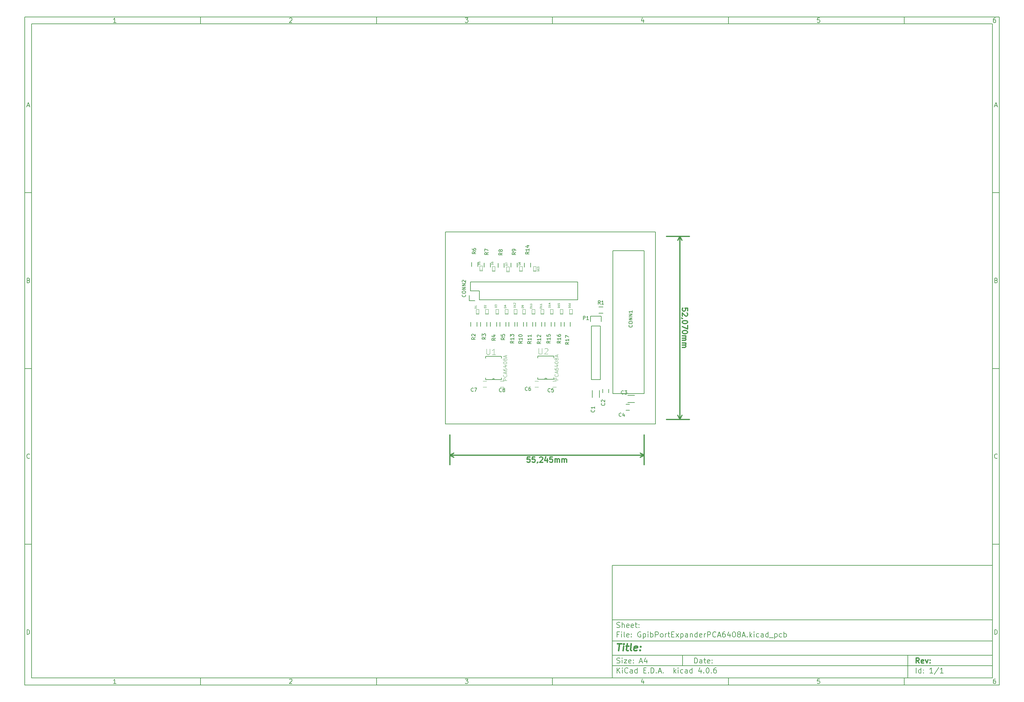
<source format=gbr>
G04 #@! TF.FileFunction,Legend,Top*
%FSLAX46Y46*%
G04 Gerber Fmt 4.6, Leading zero omitted, Abs format (unit mm)*
G04 Created by KiCad (PCBNEW 4.0.6) date 12/20/17 19:22:24*
%MOMM*%
%LPD*%
G01*
G04 APERTURE LIST*
%ADD10C,0.100000*%
%ADD11C,0.150000*%
%ADD12C,0.300000*%
%ADD13C,0.400000*%
%ADD14C,0.200000*%
%ADD15C,0.152400*%
%ADD16C,0.120000*%
%ADD17C,0.050000*%
%ADD18C,0.125000*%
G04 APERTURE END LIST*
D10*
D11*
X177002200Y-166007200D02*
X177002200Y-198007200D01*
X285002200Y-198007200D01*
X285002200Y-166007200D01*
X177002200Y-166007200D01*
D10*
D11*
X10000000Y-10000000D02*
X10000000Y-200007200D01*
X287002200Y-200007200D01*
X287002200Y-10000000D01*
X10000000Y-10000000D01*
D10*
D11*
X12000000Y-12000000D02*
X12000000Y-198007200D01*
X285002200Y-198007200D01*
X285002200Y-12000000D01*
X12000000Y-12000000D01*
D10*
D11*
X60000000Y-12000000D02*
X60000000Y-10000000D01*
D10*
D11*
X110000000Y-12000000D02*
X110000000Y-10000000D01*
D10*
D11*
X160000000Y-12000000D02*
X160000000Y-10000000D01*
D10*
D11*
X210000000Y-12000000D02*
X210000000Y-10000000D01*
D10*
D11*
X260000000Y-12000000D02*
X260000000Y-10000000D01*
D10*
D11*
X35990476Y-11588095D02*
X35247619Y-11588095D01*
X35619048Y-11588095D02*
X35619048Y-10288095D01*
X35495238Y-10473810D01*
X35371429Y-10597619D01*
X35247619Y-10659524D01*
D10*
D11*
X85247619Y-10411905D02*
X85309524Y-10350000D01*
X85433333Y-10288095D01*
X85742857Y-10288095D01*
X85866667Y-10350000D01*
X85928571Y-10411905D01*
X85990476Y-10535714D01*
X85990476Y-10659524D01*
X85928571Y-10845238D01*
X85185714Y-11588095D01*
X85990476Y-11588095D01*
D10*
D11*
X135185714Y-10288095D02*
X135990476Y-10288095D01*
X135557143Y-10783333D01*
X135742857Y-10783333D01*
X135866667Y-10845238D01*
X135928571Y-10907143D01*
X135990476Y-11030952D01*
X135990476Y-11340476D01*
X135928571Y-11464286D01*
X135866667Y-11526190D01*
X135742857Y-11588095D01*
X135371429Y-11588095D01*
X135247619Y-11526190D01*
X135185714Y-11464286D01*
D10*
D11*
X185866667Y-10721429D02*
X185866667Y-11588095D01*
X185557143Y-10226190D02*
X185247619Y-11154762D01*
X186052381Y-11154762D01*
D10*
D11*
X235928571Y-10288095D02*
X235309524Y-10288095D01*
X235247619Y-10907143D01*
X235309524Y-10845238D01*
X235433333Y-10783333D01*
X235742857Y-10783333D01*
X235866667Y-10845238D01*
X235928571Y-10907143D01*
X235990476Y-11030952D01*
X235990476Y-11340476D01*
X235928571Y-11464286D01*
X235866667Y-11526190D01*
X235742857Y-11588095D01*
X235433333Y-11588095D01*
X235309524Y-11526190D01*
X235247619Y-11464286D01*
D10*
D11*
X285866667Y-10288095D02*
X285619048Y-10288095D01*
X285495238Y-10350000D01*
X285433333Y-10411905D01*
X285309524Y-10597619D01*
X285247619Y-10845238D01*
X285247619Y-11340476D01*
X285309524Y-11464286D01*
X285371429Y-11526190D01*
X285495238Y-11588095D01*
X285742857Y-11588095D01*
X285866667Y-11526190D01*
X285928571Y-11464286D01*
X285990476Y-11340476D01*
X285990476Y-11030952D01*
X285928571Y-10907143D01*
X285866667Y-10845238D01*
X285742857Y-10783333D01*
X285495238Y-10783333D01*
X285371429Y-10845238D01*
X285309524Y-10907143D01*
X285247619Y-11030952D01*
D10*
D11*
X60000000Y-198007200D02*
X60000000Y-200007200D01*
D10*
D11*
X110000000Y-198007200D02*
X110000000Y-200007200D01*
D10*
D11*
X160000000Y-198007200D02*
X160000000Y-200007200D01*
D10*
D11*
X210000000Y-198007200D02*
X210000000Y-200007200D01*
D10*
D11*
X260000000Y-198007200D02*
X260000000Y-200007200D01*
D10*
D11*
X35990476Y-199595295D02*
X35247619Y-199595295D01*
X35619048Y-199595295D02*
X35619048Y-198295295D01*
X35495238Y-198481010D01*
X35371429Y-198604819D01*
X35247619Y-198666724D01*
D10*
D11*
X85247619Y-198419105D02*
X85309524Y-198357200D01*
X85433333Y-198295295D01*
X85742857Y-198295295D01*
X85866667Y-198357200D01*
X85928571Y-198419105D01*
X85990476Y-198542914D01*
X85990476Y-198666724D01*
X85928571Y-198852438D01*
X85185714Y-199595295D01*
X85990476Y-199595295D01*
D10*
D11*
X135185714Y-198295295D02*
X135990476Y-198295295D01*
X135557143Y-198790533D01*
X135742857Y-198790533D01*
X135866667Y-198852438D01*
X135928571Y-198914343D01*
X135990476Y-199038152D01*
X135990476Y-199347676D01*
X135928571Y-199471486D01*
X135866667Y-199533390D01*
X135742857Y-199595295D01*
X135371429Y-199595295D01*
X135247619Y-199533390D01*
X135185714Y-199471486D01*
D10*
D11*
X185866667Y-198728629D02*
X185866667Y-199595295D01*
X185557143Y-198233390D02*
X185247619Y-199161962D01*
X186052381Y-199161962D01*
D10*
D11*
X235928571Y-198295295D02*
X235309524Y-198295295D01*
X235247619Y-198914343D01*
X235309524Y-198852438D01*
X235433333Y-198790533D01*
X235742857Y-198790533D01*
X235866667Y-198852438D01*
X235928571Y-198914343D01*
X235990476Y-199038152D01*
X235990476Y-199347676D01*
X235928571Y-199471486D01*
X235866667Y-199533390D01*
X235742857Y-199595295D01*
X235433333Y-199595295D01*
X235309524Y-199533390D01*
X235247619Y-199471486D01*
D10*
D11*
X285866667Y-198295295D02*
X285619048Y-198295295D01*
X285495238Y-198357200D01*
X285433333Y-198419105D01*
X285309524Y-198604819D01*
X285247619Y-198852438D01*
X285247619Y-199347676D01*
X285309524Y-199471486D01*
X285371429Y-199533390D01*
X285495238Y-199595295D01*
X285742857Y-199595295D01*
X285866667Y-199533390D01*
X285928571Y-199471486D01*
X285990476Y-199347676D01*
X285990476Y-199038152D01*
X285928571Y-198914343D01*
X285866667Y-198852438D01*
X285742857Y-198790533D01*
X285495238Y-198790533D01*
X285371429Y-198852438D01*
X285309524Y-198914343D01*
X285247619Y-199038152D01*
D10*
D11*
X10000000Y-60000000D02*
X12000000Y-60000000D01*
D10*
D11*
X10000000Y-110000000D02*
X12000000Y-110000000D01*
D10*
D11*
X10000000Y-160000000D02*
X12000000Y-160000000D01*
D10*
D11*
X10690476Y-35216667D02*
X11309524Y-35216667D01*
X10566667Y-35588095D02*
X11000000Y-34288095D01*
X11433333Y-35588095D01*
D10*
D11*
X11092857Y-84907143D02*
X11278571Y-84969048D01*
X11340476Y-85030952D01*
X11402381Y-85154762D01*
X11402381Y-85340476D01*
X11340476Y-85464286D01*
X11278571Y-85526190D01*
X11154762Y-85588095D01*
X10659524Y-85588095D01*
X10659524Y-84288095D01*
X11092857Y-84288095D01*
X11216667Y-84350000D01*
X11278571Y-84411905D01*
X11340476Y-84535714D01*
X11340476Y-84659524D01*
X11278571Y-84783333D01*
X11216667Y-84845238D01*
X11092857Y-84907143D01*
X10659524Y-84907143D01*
D10*
D11*
X11402381Y-135464286D02*
X11340476Y-135526190D01*
X11154762Y-135588095D01*
X11030952Y-135588095D01*
X10845238Y-135526190D01*
X10721429Y-135402381D01*
X10659524Y-135278571D01*
X10597619Y-135030952D01*
X10597619Y-134845238D01*
X10659524Y-134597619D01*
X10721429Y-134473810D01*
X10845238Y-134350000D01*
X11030952Y-134288095D01*
X11154762Y-134288095D01*
X11340476Y-134350000D01*
X11402381Y-134411905D01*
D10*
D11*
X10659524Y-185588095D02*
X10659524Y-184288095D01*
X10969048Y-184288095D01*
X11154762Y-184350000D01*
X11278571Y-184473810D01*
X11340476Y-184597619D01*
X11402381Y-184845238D01*
X11402381Y-185030952D01*
X11340476Y-185278571D01*
X11278571Y-185402381D01*
X11154762Y-185526190D01*
X10969048Y-185588095D01*
X10659524Y-185588095D01*
D10*
D11*
X287002200Y-60000000D02*
X285002200Y-60000000D01*
D10*
D11*
X287002200Y-110000000D02*
X285002200Y-110000000D01*
D10*
D11*
X287002200Y-160000000D02*
X285002200Y-160000000D01*
D10*
D11*
X285692676Y-35216667D02*
X286311724Y-35216667D01*
X285568867Y-35588095D02*
X286002200Y-34288095D01*
X286435533Y-35588095D01*
D10*
D11*
X286095057Y-84907143D02*
X286280771Y-84969048D01*
X286342676Y-85030952D01*
X286404581Y-85154762D01*
X286404581Y-85340476D01*
X286342676Y-85464286D01*
X286280771Y-85526190D01*
X286156962Y-85588095D01*
X285661724Y-85588095D01*
X285661724Y-84288095D01*
X286095057Y-84288095D01*
X286218867Y-84350000D01*
X286280771Y-84411905D01*
X286342676Y-84535714D01*
X286342676Y-84659524D01*
X286280771Y-84783333D01*
X286218867Y-84845238D01*
X286095057Y-84907143D01*
X285661724Y-84907143D01*
D10*
D11*
X286404581Y-135464286D02*
X286342676Y-135526190D01*
X286156962Y-135588095D01*
X286033152Y-135588095D01*
X285847438Y-135526190D01*
X285723629Y-135402381D01*
X285661724Y-135278571D01*
X285599819Y-135030952D01*
X285599819Y-134845238D01*
X285661724Y-134597619D01*
X285723629Y-134473810D01*
X285847438Y-134350000D01*
X286033152Y-134288095D01*
X286156962Y-134288095D01*
X286342676Y-134350000D01*
X286404581Y-134411905D01*
D10*
D11*
X285661724Y-185588095D02*
X285661724Y-184288095D01*
X285971248Y-184288095D01*
X286156962Y-184350000D01*
X286280771Y-184473810D01*
X286342676Y-184597619D01*
X286404581Y-184845238D01*
X286404581Y-185030952D01*
X286342676Y-185278571D01*
X286280771Y-185402381D01*
X286156962Y-185526190D01*
X285971248Y-185588095D01*
X285661724Y-185588095D01*
D10*
D11*
X200359343Y-193785771D02*
X200359343Y-192285771D01*
X200716486Y-192285771D01*
X200930771Y-192357200D01*
X201073629Y-192500057D01*
X201145057Y-192642914D01*
X201216486Y-192928629D01*
X201216486Y-193142914D01*
X201145057Y-193428629D01*
X201073629Y-193571486D01*
X200930771Y-193714343D01*
X200716486Y-193785771D01*
X200359343Y-193785771D01*
X202502200Y-193785771D02*
X202502200Y-193000057D01*
X202430771Y-192857200D01*
X202287914Y-192785771D01*
X202002200Y-192785771D01*
X201859343Y-192857200D01*
X202502200Y-193714343D02*
X202359343Y-193785771D01*
X202002200Y-193785771D01*
X201859343Y-193714343D01*
X201787914Y-193571486D01*
X201787914Y-193428629D01*
X201859343Y-193285771D01*
X202002200Y-193214343D01*
X202359343Y-193214343D01*
X202502200Y-193142914D01*
X203002200Y-192785771D02*
X203573629Y-192785771D01*
X203216486Y-192285771D02*
X203216486Y-193571486D01*
X203287914Y-193714343D01*
X203430772Y-193785771D01*
X203573629Y-193785771D01*
X204645057Y-193714343D02*
X204502200Y-193785771D01*
X204216486Y-193785771D01*
X204073629Y-193714343D01*
X204002200Y-193571486D01*
X204002200Y-193000057D01*
X204073629Y-192857200D01*
X204216486Y-192785771D01*
X204502200Y-192785771D01*
X204645057Y-192857200D01*
X204716486Y-193000057D01*
X204716486Y-193142914D01*
X204002200Y-193285771D01*
X205359343Y-193642914D02*
X205430771Y-193714343D01*
X205359343Y-193785771D01*
X205287914Y-193714343D01*
X205359343Y-193642914D01*
X205359343Y-193785771D01*
X205359343Y-192857200D02*
X205430771Y-192928629D01*
X205359343Y-193000057D01*
X205287914Y-192928629D01*
X205359343Y-192857200D01*
X205359343Y-193000057D01*
D10*
D11*
X177002200Y-194507200D02*
X285002200Y-194507200D01*
D10*
D11*
X178359343Y-196585771D02*
X178359343Y-195085771D01*
X179216486Y-196585771D02*
X178573629Y-195728629D01*
X179216486Y-195085771D02*
X178359343Y-195942914D01*
X179859343Y-196585771D02*
X179859343Y-195585771D01*
X179859343Y-195085771D02*
X179787914Y-195157200D01*
X179859343Y-195228629D01*
X179930771Y-195157200D01*
X179859343Y-195085771D01*
X179859343Y-195228629D01*
X181430772Y-196442914D02*
X181359343Y-196514343D01*
X181145057Y-196585771D01*
X181002200Y-196585771D01*
X180787915Y-196514343D01*
X180645057Y-196371486D01*
X180573629Y-196228629D01*
X180502200Y-195942914D01*
X180502200Y-195728629D01*
X180573629Y-195442914D01*
X180645057Y-195300057D01*
X180787915Y-195157200D01*
X181002200Y-195085771D01*
X181145057Y-195085771D01*
X181359343Y-195157200D01*
X181430772Y-195228629D01*
X182716486Y-196585771D02*
X182716486Y-195800057D01*
X182645057Y-195657200D01*
X182502200Y-195585771D01*
X182216486Y-195585771D01*
X182073629Y-195657200D01*
X182716486Y-196514343D02*
X182573629Y-196585771D01*
X182216486Y-196585771D01*
X182073629Y-196514343D01*
X182002200Y-196371486D01*
X182002200Y-196228629D01*
X182073629Y-196085771D01*
X182216486Y-196014343D01*
X182573629Y-196014343D01*
X182716486Y-195942914D01*
X184073629Y-196585771D02*
X184073629Y-195085771D01*
X184073629Y-196514343D02*
X183930772Y-196585771D01*
X183645058Y-196585771D01*
X183502200Y-196514343D01*
X183430772Y-196442914D01*
X183359343Y-196300057D01*
X183359343Y-195871486D01*
X183430772Y-195728629D01*
X183502200Y-195657200D01*
X183645058Y-195585771D01*
X183930772Y-195585771D01*
X184073629Y-195657200D01*
X185930772Y-195800057D02*
X186430772Y-195800057D01*
X186645058Y-196585771D02*
X185930772Y-196585771D01*
X185930772Y-195085771D01*
X186645058Y-195085771D01*
X187287915Y-196442914D02*
X187359343Y-196514343D01*
X187287915Y-196585771D01*
X187216486Y-196514343D01*
X187287915Y-196442914D01*
X187287915Y-196585771D01*
X188002201Y-196585771D02*
X188002201Y-195085771D01*
X188359344Y-195085771D01*
X188573629Y-195157200D01*
X188716487Y-195300057D01*
X188787915Y-195442914D01*
X188859344Y-195728629D01*
X188859344Y-195942914D01*
X188787915Y-196228629D01*
X188716487Y-196371486D01*
X188573629Y-196514343D01*
X188359344Y-196585771D01*
X188002201Y-196585771D01*
X189502201Y-196442914D02*
X189573629Y-196514343D01*
X189502201Y-196585771D01*
X189430772Y-196514343D01*
X189502201Y-196442914D01*
X189502201Y-196585771D01*
X190145058Y-196157200D02*
X190859344Y-196157200D01*
X190002201Y-196585771D02*
X190502201Y-195085771D01*
X191002201Y-196585771D01*
X191502201Y-196442914D02*
X191573629Y-196514343D01*
X191502201Y-196585771D01*
X191430772Y-196514343D01*
X191502201Y-196442914D01*
X191502201Y-196585771D01*
X194502201Y-196585771D02*
X194502201Y-195085771D01*
X194645058Y-196014343D02*
X195073629Y-196585771D01*
X195073629Y-195585771D02*
X194502201Y-196157200D01*
X195716487Y-196585771D02*
X195716487Y-195585771D01*
X195716487Y-195085771D02*
X195645058Y-195157200D01*
X195716487Y-195228629D01*
X195787915Y-195157200D01*
X195716487Y-195085771D01*
X195716487Y-195228629D01*
X197073630Y-196514343D02*
X196930773Y-196585771D01*
X196645059Y-196585771D01*
X196502201Y-196514343D01*
X196430773Y-196442914D01*
X196359344Y-196300057D01*
X196359344Y-195871486D01*
X196430773Y-195728629D01*
X196502201Y-195657200D01*
X196645059Y-195585771D01*
X196930773Y-195585771D01*
X197073630Y-195657200D01*
X198359344Y-196585771D02*
X198359344Y-195800057D01*
X198287915Y-195657200D01*
X198145058Y-195585771D01*
X197859344Y-195585771D01*
X197716487Y-195657200D01*
X198359344Y-196514343D02*
X198216487Y-196585771D01*
X197859344Y-196585771D01*
X197716487Y-196514343D01*
X197645058Y-196371486D01*
X197645058Y-196228629D01*
X197716487Y-196085771D01*
X197859344Y-196014343D01*
X198216487Y-196014343D01*
X198359344Y-195942914D01*
X199716487Y-196585771D02*
X199716487Y-195085771D01*
X199716487Y-196514343D02*
X199573630Y-196585771D01*
X199287916Y-196585771D01*
X199145058Y-196514343D01*
X199073630Y-196442914D01*
X199002201Y-196300057D01*
X199002201Y-195871486D01*
X199073630Y-195728629D01*
X199145058Y-195657200D01*
X199287916Y-195585771D01*
X199573630Y-195585771D01*
X199716487Y-195657200D01*
X202216487Y-195585771D02*
X202216487Y-196585771D01*
X201859344Y-195014343D02*
X201502201Y-196085771D01*
X202430773Y-196085771D01*
X203002201Y-196442914D02*
X203073629Y-196514343D01*
X203002201Y-196585771D01*
X202930772Y-196514343D01*
X203002201Y-196442914D01*
X203002201Y-196585771D01*
X204002201Y-195085771D02*
X204145058Y-195085771D01*
X204287915Y-195157200D01*
X204359344Y-195228629D01*
X204430773Y-195371486D01*
X204502201Y-195657200D01*
X204502201Y-196014343D01*
X204430773Y-196300057D01*
X204359344Y-196442914D01*
X204287915Y-196514343D01*
X204145058Y-196585771D01*
X204002201Y-196585771D01*
X203859344Y-196514343D01*
X203787915Y-196442914D01*
X203716487Y-196300057D01*
X203645058Y-196014343D01*
X203645058Y-195657200D01*
X203716487Y-195371486D01*
X203787915Y-195228629D01*
X203859344Y-195157200D01*
X204002201Y-195085771D01*
X205145058Y-196442914D02*
X205216486Y-196514343D01*
X205145058Y-196585771D01*
X205073629Y-196514343D01*
X205145058Y-196442914D01*
X205145058Y-196585771D01*
X206502201Y-195085771D02*
X206216487Y-195085771D01*
X206073630Y-195157200D01*
X206002201Y-195228629D01*
X205859344Y-195442914D01*
X205787915Y-195728629D01*
X205787915Y-196300057D01*
X205859344Y-196442914D01*
X205930772Y-196514343D01*
X206073630Y-196585771D01*
X206359344Y-196585771D01*
X206502201Y-196514343D01*
X206573630Y-196442914D01*
X206645058Y-196300057D01*
X206645058Y-195942914D01*
X206573630Y-195800057D01*
X206502201Y-195728629D01*
X206359344Y-195657200D01*
X206073630Y-195657200D01*
X205930772Y-195728629D01*
X205859344Y-195800057D01*
X205787915Y-195942914D01*
D10*
D11*
X177002200Y-191507200D02*
X285002200Y-191507200D01*
D10*
D12*
X264216486Y-193785771D02*
X263716486Y-193071486D01*
X263359343Y-193785771D02*
X263359343Y-192285771D01*
X263930771Y-192285771D01*
X264073629Y-192357200D01*
X264145057Y-192428629D01*
X264216486Y-192571486D01*
X264216486Y-192785771D01*
X264145057Y-192928629D01*
X264073629Y-193000057D01*
X263930771Y-193071486D01*
X263359343Y-193071486D01*
X265430771Y-193714343D02*
X265287914Y-193785771D01*
X265002200Y-193785771D01*
X264859343Y-193714343D01*
X264787914Y-193571486D01*
X264787914Y-193000057D01*
X264859343Y-192857200D01*
X265002200Y-192785771D01*
X265287914Y-192785771D01*
X265430771Y-192857200D01*
X265502200Y-193000057D01*
X265502200Y-193142914D01*
X264787914Y-193285771D01*
X266002200Y-192785771D02*
X266359343Y-193785771D01*
X266716485Y-192785771D01*
X267287914Y-193642914D02*
X267359342Y-193714343D01*
X267287914Y-193785771D01*
X267216485Y-193714343D01*
X267287914Y-193642914D01*
X267287914Y-193785771D01*
X267287914Y-192857200D02*
X267359342Y-192928629D01*
X267287914Y-193000057D01*
X267216485Y-192928629D01*
X267287914Y-192857200D01*
X267287914Y-193000057D01*
D10*
D11*
X178287914Y-193714343D02*
X178502200Y-193785771D01*
X178859343Y-193785771D01*
X179002200Y-193714343D01*
X179073629Y-193642914D01*
X179145057Y-193500057D01*
X179145057Y-193357200D01*
X179073629Y-193214343D01*
X179002200Y-193142914D01*
X178859343Y-193071486D01*
X178573629Y-193000057D01*
X178430771Y-192928629D01*
X178359343Y-192857200D01*
X178287914Y-192714343D01*
X178287914Y-192571486D01*
X178359343Y-192428629D01*
X178430771Y-192357200D01*
X178573629Y-192285771D01*
X178930771Y-192285771D01*
X179145057Y-192357200D01*
X179787914Y-193785771D02*
X179787914Y-192785771D01*
X179787914Y-192285771D02*
X179716485Y-192357200D01*
X179787914Y-192428629D01*
X179859342Y-192357200D01*
X179787914Y-192285771D01*
X179787914Y-192428629D01*
X180359343Y-192785771D02*
X181145057Y-192785771D01*
X180359343Y-193785771D01*
X181145057Y-193785771D01*
X182287914Y-193714343D02*
X182145057Y-193785771D01*
X181859343Y-193785771D01*
X181716486Y-193714343D01*
X181645057Y-193571486D01*
X181645057Y-193000057D01*
X181716486Y-192857200D01*
X181859343Y-192785771D01*
X182145057Y-192785771D01*
X182287914Y-192857200D01*
X182359343Y-193000057D01*
X182359343Y-193142914D01*
X181645057Y-193285771D01*
X183002200Y-193642914D02*
X183073628Y-193714343D01*
X183002200Y-193785771D01*
X182930771Y-193714343D01*
X183002200Y-193642914D01*
X183002200Y-193785771D01*
X183002200Y-192857200D02*
X183073628Y-192928629D01*
X183002200Y-193000057D01*
X182930771Y-192928629D01*
X183002200Y-192857200D01*
X183002200Y-193000057D01*
X184787914Y-193357200D02*
X185502200Y-193357200D01*
X184645057Y-193785771D02*
X185145057Y-192285771D01*
X185645057Y-193785771D01*
X186787914Y-192785771D02*
X186787914Y-193785771D01*
X186430771Y-192214343D02*
X186073628Y-193285771D01*
X187002200Y-193285771D01*
D10*
D11*
X263359343Y-196585771D02*
X263359343Y-195085771D01*
X264716486Y-196585771D02*
X264716486Y-195085771D01*
X264716486Y-196514343D02*
X264573629Y-196585771D01*
X264287915Y-196585771D01*
X264145057Y-196514343D01*
X264073629Y-196442914D01*
X264002200Y-196300057D01*
X264002200Y-195871486D01*
X264073629Y-195728629D01*
X264145057Y-195657200D01*
X264287915Y-195585771D01*
X264573629Y-195585771D01*
X264716486Y-195657200D01*
X265430772Y-196442914D02*
X265502200Y-196514343D01*
X265430772Y-196585771D01*
X265359343Y-196514343D01*
X265430772Y-196442914D01*
X265430772Y-196585771D01*
X265430772Y-195657200D02*
X265502200Y-195728629D01*
X265430772Y-195800057D01*
X265359343Y-195728629D01*
X265430772Y-195657200D01*
X265430772Y-195800057D01*
X268073629Y-196585771D02*
X267216486Y-196585771D01*
X267645058Y-196585771D02*
X267645058Y-195085771D01*
X267502201Y-195300057D01*
X267359343Y-195442914D01*
X267216486Y-195514343D01*
X269787914Y-195014343D02*
X268502200Y-196942914D01*
X271073629Y-196585771D02*
X270216486Y-196585771D01*
X270645058Y-196585771D02*
X270645058Y-195085771D01*
X270502201Y-195300057D01*
X270359343Y-195442914D01*
X270216486Y-195514343D01*
D10*
D11*
X177002200Y-187507200D02*
X285002200Y-187507200D01*
D10*
D13*
X178454581Y-188211962D02*
X179597438Y-188211962D01*
X178776010Y-190211962D02*
X179026010Y-188211962D01*
X180014105Y-190211962D02*
X180180771Y-188878629D01*
X180264105Y-188211962D02*
X180156962Y-188307200D01*
X180240295Y-188402438D01*
X180347439Y-188307200D01*
X180264105Y-188211962D01*
X180240295Y-188402438D01*
X180847438Y-188878629D02*
X181609343Y-188878629D01*
X181216486Y-188211962D02*
X181002200Y-189926248D01*
X181073630Y-190116724D01*
X181252201Y-190211962D01*
X181442677Y-190211962D01*
X182395058Y-190211962D02*
X182216487Y-190116724D01*
X182145057Y-189926248D01*
X182359343Y-188211962D01*
X183930772Y-190116724D02*
X183728391Y-190211962D01*
X183347439Y-190211962D01*
X183168867Y-190116724D01*
X183097438Y-189926248D01*
X183192676Y-189164343D01*
X183311724Y-188973867D01*
X183514105Y-188878629D01*
X183895057Y-188878629D01*
X184073629Y-188973867D01*
X184145057Y-189164343D01*
X184121248Y-189354819D01*
X183145057Y-189545295D01*
X184895057Y-190021486D02*
X184978392Y-190116724D01*
X184871248Y-190211962D01*
X184787915Y-190116724D01*
X184895057Y-190021486D01*
X184871248Y-190211962D01*
X185026010Y-188973867D02*
X185109344Y-189069105D01*
X185002200Y-189164343D01*
X184918867Y-189069105D01*
X185026010Y-188973867D01*
X185002200Y-189164343D01*
D10*
D11*
X178859343Y-185600057D02*
X178359343Y-185600057D01*
X178359343Y-186385771D02*
X178359343Y-184885771D01*
X179073629Y-184885771D01*
X179645057Y-186385771D02*
X179645057Y-185385771D01*
X179645057Y-184885771D02*
X179573628Y-184957200D01*
X179645057Y-185028629D01*
X179716485Y-184957200D01*
X179645057Y-184885771D01*
X179645057Y-185028629D01*
X180573629Y-186385771D02*
X180430771Y-186314343D01*
X180359343Y-186171486D01*
X180359343Y-184885771D01*
X181716485Y-186314343D02*
X181573628Y-186385771D01*
X181287914Y-186385771D01*
X181145057Y-186314343D01*
X181073628Y-186171486D01*
X181073628Y-185600057D01*
X181145057Y-185457200D01*
X181287914Y-185385771D01*
X181573628Y-185385771D01*
X181716485Y-185457200D01*
X181787914Y-185600057D01*
X181787914Y-185742914D01*
X181073628Y-185885771D01*
X182430771Y-186242914D02*
X182502199Y-186314343D01*
X182430771Y-186385771D01*
X182359342Y-186314343D01*
X182430771Y-186242914D01*
X182430771Y-186385771D01*
X182430771Y-185457200D02*
X182502199Y-185528629D01*
X182430771Y-185600057D01*
X182359342Y-185528629D01*
X182430771Y-185457200D01*
X182430771Y-185600057D01*
X185073628Y-184957200D02*
X184930771Y-184885771D01*
X184716485Y-184885771D01*
X184502200Y-184957200D01*
X184359342Y-185100057D01*
X184287914Y-185242914D01*
X184216485Y-185528629D01*
X184216485Y-185742914D01*
X184287914Y-186028629D01*
X184359342Y-186171486D01*
X184502200Y-186314343D01*
X184716485Y-186385771D01*
X184859342Y-186385771D01*
X185073628Y-186314343D01*
X185145057Y-186242914D01*
X185145057Y-185742914D01*
X184859342Y-185742914D01*
X185787914Y-185385771D02*
X185787914Y-186885771D01*
X185787914Y-185457200D02*
X185930771Y-185385771D01*
X186216485Y-185385771D01*
X186359342Y-185457200D01*
X186430771Y-185528629D01*
X186502200Y-185671486D01*
X186502200Y-186100057D01*
X186430771Y-186242914D01*
X186359342Y-186314343D01*
X186216485Y-186385771D01*
X185930771Y-186385771D01*
X185787914Y-186314343D01*
X187145057Y-186385771D02*
X187145057Y-185385771D01*
X187145057Y-184885771D02*
X187073628Y-184957200D01*
X187145057Y-185028629D01*
X187216485Y-184957200D01*
X187145057Y-184885771D01*
X187145057Y-185028629D01*
X187859343Y-186385771D02*
X187859343Y-184885771D01*
X187859343Y-185457200D02*
X188002200Y-185385771D01*
X188287914Y-185385771D01*
X188430771Y-185457200D01*
X188502200Y-185528629D01*
X188573629Y-185671486D01*
X188573629Y-186100057D01*
X188502200Y-186242914D01*
X188430771Y-186314343D01*
X188287914Y-186385771D01*
X188002200Y-186385771D01*
X187859343Y-186314343D01*
X189216486Y-186385771D02*
X189216486Y-184885771D01*
X189787914Y-184885771D01*
X189930772Y-184957200D01*
X190002200Y-185028629D01*
X190073629Y-185171486D01*
X190073629Y-185385771D01*
X190002200Y-185528629D01*
X189930772Y-185600057D01*
X189787914Y-185671486D01*
X189216486Y-185671486D01*
X190930772Y-186385771D02*
X190787914Y-186314343D01*
X190716486Y-186242914D01*
X190645057Y-186100057D01*
X190645057Y-185671486D01*
X190716486Y-185528629D01*
X190787914Y-185457200D01*
X190930772Y-185385771D01*
X191145057Y-185385771D01*
X191287914Y-185457200D01*
X191359343Y-185528629D01*
X191430772Y-185671486D01*
X191430772Y-186100057D01*
X191359343Y-186242914D01*
X191287914Y-186314343D01*
X191145057Y-186385771D01*
X190930772Y-186385771D01*
X192073629Y-186385771D02*
X192073629Y-185385771D01*
X192073629Y-185671486D02*
X192145057Y-185528629D01*
X192216486Y-185457200D01*
X192359343Y-185385771D01*
X192502200Y-185385771D01*
X192787914Y-185385771D02*
X193359343Y-185385771D01*
X193002200Y-184885771D02*
X193002200Y-186171486D01*
X193073628Y-186314343D01*
X193216486Y-186385771D01*
X193359343Y-186385771D01*
X193859343Y-185600057D02*
X194359343Y-185600057D01*
X194573629Y-186385771D02*
X193859343Y-186385771D01*
X193859343Y-184885771D01*
X194573629Y-184885771D01*
X195073629Y-186385771D02*
X195859343Y-185385771D01*
X195073629Y-185385771D02*
X195859343Y-186385771D01*
X196430772Y-185385771D02*
X196430772Y-186885771D01*
X196430772Y-185457200D02*
X196573629Y-185385771D01*
X196859343Y-185385771D01*
X197002200Y-185457200D01*
X197073629Y-185528629D01*
X197145058Y-185671486D01*
X197145058Y-186100057D01*
X197073629Y-186242914D01*
X197002200Y-186314343D01*
X196859343Y-186385771D01*
X196573629Y-186385771D01*
X196430772Y-186314343D01*
X198430772Y-186385771D02*
X198430772Y-185600057D01*
X198359343Y-185457200D01*
X198216486Y-185385771D01*
X197930772Y-185385771D01*
X197787915Y-185457200D01*
X198430772Y-186314343D02*
X198287915Y-186385771D01*
X197930772Y-186385771D01*
X197787915Y-186314343D01*
X197716486Y-186171486D01*
X197716486Y-186028629D01*
X197787915Y-185885771D01*
X197930772Y-185814343D01*
X198287915Y-185814343D01*
X198430772Y-185742914D01*
X199145058Y-185385771D02*
X199145058Y-186385771D01*
X199145058Y-185528629D02*
X199216486Y-185457200D01*
X199359344Y-185385771D01*
X199573629Y-185385771D01*
X199716486Y-185457200D01*
X199787915Y-185600057D01*
X199787915Y-186385771D01*
X201145058Y-186385771D02*
X201145058Y-184885771D01*
X201145058Y-186314343D02*
X201002201Y-186385771D01*
X200716487Y-186385771D01*
X200573629Y-186314343D01*
X200502201Y-186242914D01*
X200430772Y-186100057D01*
X200430772Y-185671486D01*
X200502201Y-185528629D01*
X200573629Y-185457200D01*
X200716487Y-185385771D01*
X201002201Y-185385771D01*
X201145058Y-185457200D01*
X202430772Y-186314343D02*
X202287915Y-186385771D01*
X202002201Y-186385771D01*
X201859344Y-186314343D01*
X201787915Y-186171486D01*
X201787915Y-185600057D01*
X201859344Y-185457200D01*
X202002201Y-185385771D01*
X202287915Y-185385771D01*
X202430772Y-185457200D01*
X202502201Y-185600057D01*
X202502201Y-185742914D01*
X201787915Y-185885771D01*
X203145058Y-186385771D02*
X203145058Y-185385771D01*
X203145058Y-185671486D02*
X203216486Y-185528629D01*
X203287915Y-185457200D01*
X203430772Y-185385771D01*
X203573629Y-185385771D01*
X204073629Y-186385771D02*
X204073629Y-184885771D01*
X204645057Y-184885771D01*
X204787915Y-184957200D01*
X204859343Y-185028629D01*
X204930772Y-185171486D01*
X204930772Y-185385771D01*
X204859343Y-185528629D01*
X204787915Y-185600057D01*
X204645057Y-185671486D01*
X204073629Y-185671486D01*
X206430772Y-186242914D02*
X206359343Y-186314343D01*
X206145057Y-186385771D01*
X206002200Y-186385771D01*
X205787915Y-186314343D01*
X205645057Y-186171486D01*
X205573629Y-186028629D01*
X205502200Y-185742914D01*
X205502200Y-185528629D01*
X205573629Y-185242914D01*
X205645057Y-185100057D01*
X205787915Y-184957200D01*
X206002200Y-184885771D01*
X206145057Y-184885771D01*
X206359343Y-184957200D01*
X206430772Y-185028629D01*
X207002200Y-185957200D02*
X207716486Y-185957200D01*
X206859343Y-186385771D02*
X207359343Y-184885771D01*
X207859343Y-186385771D01*
X209002200Y-184885771D02*
X208716486Y-184885771D01*
X208573629Y-184957200D01*
X208502200Y-185028629D01*
X208359343Y-185242914D01*
X208287914Y-185528629D01*
X208287914Y-186100057D01*
X208359343Y-186242914D01*
X208430771Y-186314343D01*
X208573629Y-186385771D01*
X208859343Y-186385771D01*
X209002200Y-186314343D01*
X209073629Y-186242914D01*
X209145057Y-186100057D01*
X209145057Y-185742914D01*
X209073629Y-185600057D01*
X209002200Y-185528629D01*
X208859343Y-185457200D01*
X208573629Y-185457200D01*
X208430771Y-185528629D01*
X208359343Y-185600057D01*
X208287914Y-185742914D01*
X210430771Y-185385771D02*
X210430771Y-186385771D01*
X210073628Y-184814343D02*
X209716485Y-185885771D01*
X210645057Y-185885771D01*
X211502199Y-184885771D02*
X211645056Y-184885771D01*
X211787913Y-184957200D01*
X211859342Y-185028629D01*
X211930771Y-185171486D01*
X212002199Y-185457200D01*
X212002199Y-185814343D01*
X211930771Y-186100057D01*
X211859342Y-186242914D01*
X211787913Y-186314343D01*
X211645056Y-186385771D01*
X211502199Y-186385771D01*
X211359342Y-186314343D01*
X211287913Y-186242914D01*
X211216485Y-186100057D01*
X211145056Y-185814343D01*
X211145056Y-185457200D01*
X211216485Y-185171486D01*
X211287913Y-185028629D01*
X211359342Y-184957200D01*
X211502199Y-184885771D01*
X212859342Y-185528629D02*
X212716484Y-185457200D01*
X212645056Y-185385771D01*
X212573627Y-185242914D01*
X212573627Y-185171486D01*
X212645056Y-185028629D01*
X212716484Y-184957200D01*
X212859342Y-184885771D01*
X213145056Y-184885771D01*
X213287913Y-184957200D01*
X213359342Y-185028629D01*
X213430770Y-185171486D01*
X213430770Y-185242914D01*
X213359342Y-185385771D01*
X213287913Y-185457200D01*
X213145056Y-185528629D01*
X212859342Y-185528629D01*
X212716484Y-185600057D01*
X212645056Y-185671486D01*
X212573627Y-185814343D01*
X212573627Y-186100057D01*
X212645056Y-186242914D01*
X212716484Y-186314343D01*
X212859342Y-186385771D01*
X213145056Y-186385771D01*
X213287913Y-186314343D01*
X213359342Y-186242914D01*
X213430770Y-186100057D01*
X213430770Y-185814343D01*
X213359342Y-185671486D01*
X213287913Y-185600057D01*
X213145056Y-185528629D01*
X214002198Y-185957200D02*
X214716484Y-185957200D01*
X213859341Y-186385771D02*
X214359341Y-184885771D01*
X214859341Y-186385771D01*
X215359341Y-186242914D02*
X215430769Y-186314343D01*
X215359341Y-186385771D01*
X215287912Y-186314343D01*
X215359341Y-186242914D01*
X215359341Y-186385771D01*
X216073627Y-186385771D02*
X216073627Y-184885771D01*
X216216484Y-185814343D02*
X216645055Y-186385771D01*
X216645055Y-185385771D02*
X216073627Y-185957200D01*
X217287913Y-186385771D02*
X217287913Y-185385771D01*
X217287913Y-184885771D02*
X217216484Y-184957200D01*
X217287913Y-185028629D01*
X217359341Y-184957200D01*
X217287913Y-184885771D01*
X217287913Y-185028629D01*
X218645056Y-186314343D02*
X218502199Y-186385771D01*
X218216485Y-186385771D01*
X218073627Y-186314343D01*
X218002199Y-186242914D01*
X217930770Y-186100057D01*
X217930770Y-185671486D01*
X218002199Y-185528629D01*
X218073627Y-185457200D01*
X218216485Y-185385771D01*
X218502199Y-185385771D01*
X218645056Y-185457200D01*
X219930770Y-186385771D02*
X219930770Y-185600057D01*
X219859341Y-185457200D01*
X219716484Y-185385771D01*
X219430770Y-185385771D01*
X219287913Y-185457200D01*
X219930770Y-186314343D02*
X219787913Y-186385771D01*
X219430770Y-186385771D01*
X219287913Y-186314343D01*
X219216484Y-186171486D01*
X219216484Y-186028629D01*
X219287913Y-185885771D01*
X219430770Y-185814343D01*
X219787913Y-185814343D01*
X219930770Y-185742914D01*
X221287913Y-186385771D02*
X221287913Y-184885771D01*
X221287913Y-186314343D02*
X221145056Y-186385771D01*
X220859342Y-186385771D01*
X220716484Y-186314343D01*
X220645056Y-186242914D01*
X220573627Y-186100057D01*
X220573627Y-185671486D01*
X220645056Y-185528629D01*
X220716484Y-185457200D01*
X220859342Y-185385771D01*
X221145056Y-185385771D01*
X221287913Y-185457200D01*
X221645056Y-186528629D02*
X222787913Y-186528629D01*
X223145056Y-185385771D02*
X223145056Y-186885771D01*
X223145056Y-185457200D02*
X223287913Y-185385771D01*
X223573627Y-185385771D01*
X223716484Y-185457200D01*
X223787913Y-185528629D01*
X223859342Y-185671486D01*
X223859342Y-186100057D01*
X223787913Y-186242914D01*
X223716484Y-186314343D01*
X223573627Y-186385771D01*
X223287913Y-186385771D01*
X223145056Y-186314343D01*
X225145056Y-186314343D02*
X225002199Y-186385771D01*
X224716485Y-186385771D01*
X224573627Y-186314343D01*
X224502199Y-186242914D01*
X224430770Y-186100057D01*
X224430770Y-185671486D01*
X224502199Y-185528629D01*
X224573627Y-185457200D01*
X224716485Y-185385771D01*
X225002199Y-185385771D01*
X225145056Y-185457200D01*
X225787913Y-186385771D02*
X225787913Y-184885771D01*
X225787913Y-185457200D02*
X225930770Y-185385771D01*
X226216484Y-185385771D01*
X226359341Y-185457200D01*
X226430770Y-185528629D01*
X226502199Y-185671486D01*
X226502199Y-186100057D01*
X226430770Y-186242914D01*
X226359341Y-186314343D01*
X226216484Y-186385771D01*
X225930770Y-186385771D01*
X225787913Y-186314343D01*
D10*
D11*
X177002200Y-181507200D02*
X285002200Y-181507200D01*
D10*
D11*
X178287914Y-183614343D02*
X178502200Y-183685771D01*
X178859343Y-183685771D01*
X179002200Y-183614343D01*
X179073629Y-183542914D01*
X179145057Y-183400057D01*
X179145057Y-183257200D01*
X179073629Y-183114343D01*
X179002200Y-183042914D01*
X178859343Y-182971486D01*
X178573629Y-182900057D01*
X178430771Y-182828629D01*
X178359343Y-182757200D01*
X178287914Y-182614343D01*
X178287914Y-182471486D01*
X178359343Y-182328629D01*
X178430771Y-182257200D01*
X178573629Y-182185771D01*
X178930771Y-182185771D01*
X179145057Y-182257200D01*
X179787914Y-183685771D02*
X179787914Y-182185771D01*
X180430771Y-183685771D02*
X180430771Y-182900057D01*
X180359342Y-182757200D01*
X180216485Y-182685771D01*
X180002200Y-182685771D01*
X179859342Y-182757200D01*
X179787914Y-182828629D01*
X181716485Y-183614343D02*
X181573628Y-183685771D01*
X181287914Y-183685771D01*
X181145057Y-183614343D01*
X181073628Y-183471486D01*
X181073628Y-182900057D01*
X181145057Y-182757200D01*
X181287914Y-182685771D01*
X181573628Y-182685771D01*
X181716485Y-182757200D01*
X181787914Y-182900057D01*
X181787914Y-183042914D01*
X181073628Y-183185771D01*
X183002199Y-183614343D02*
X182859342Y-183685771D01*
X182573628Y-183685771D01*
X182430771Y-183614343D01*
X182359342Y-183471486D01*
X182359342Y-182900057D01*
X182430771Y-182757200D01*
X182573628Y-182685771D01*
X182859342Y-182685771D01*
X183002199Y-182757200D01*
X183073628Y-182900057D01*
X183073628Y-183042914D01*
X182359342Y-183185771D01*
X183502199Y-182685771D02*
X184073628Y-182685771D01*
X183716485Y-182185771D02*
X183716485Y-183471486D01*
X183787913Y-183614343D01*
X183930771Y-183685771D01*
X184073628Y-183685771D01*
X184573628Y-183542914D02*
X184645056Y-183614343D01*
X184573628Y-183685771D01*
X184502199Y-183614343D01*
X184573628Y-183542914D01*
X184573628Y-183685771D01*
X184573628Y-182757200D02*
X184645056Y-182828629D01*
X184573628Y-182900057D01*
X184502199Y-182828629D01*
X184573628Y-182757200D01*
X184573628Y-182900057D01*
D10*
D11*
X197002200Y-191507200D02*
X197002200Y-194507200D01*
D10*
D11*
X261002200Y-191507200D02*
X261002200Y-198007200D01*
D12*
X153575359Y-135148571D02*
X152861073Y-135148571D01*
X152789644Y-135862857D01*
X152861073Y-135791429D01*
X153003930Y-135720000D01*
X153361073Y-135720000D01*
X153503930Y-135791429D01*
X153575359Y-135862857D01*
X153646787Y-136005714D01*
X153646787Y-136362857D01*
X153575359Y-136505714D01*
X153503930Y-136577143D01*
X153361073Y-136648571D01*
X153003930Y-136648571D01*
X152861073Y-136577143D01*
X152789644Y-136505714D01*
X155003930Y-135148571D02*
X154289644Y-135148571D01*
X154218215Y-135862857D01*
X154289644Y-135791429D01*
X154432501Y-135720000D01*
X154789644Y-135720000D01*
X154932501Y-135791429D01*
X155003930Y-135862857D01*
X155075358Y-136005714D01*
X155075358Y-136362857D01*
X155003930Y-136505714D01*
X154932501Y-136577143D01*
X154789644Y-136648571D01*
X154432501Y-136648571D01*
X154289644Y-136577143D01*
X154218215Y-136505714D01*
X155789643Y-136577143D02*
X155789643Y-136648571D01*
X155718215Y-136791429D01*
X155646786Y-136862857D01*
X156361072Y-135291429D02*
X156432501Y-135220000D01*
X156575358Y-135148571D01*
X156932501Y-135148571D01*
X157075358Y-135220000D01*
X157146787Y-135291429D01*
X157218215Y-135434286D01*
X157218215Y-135577143D01*
X157146787Y-135791429D01*
X156289644Y-136648571D01*
X157218215Y-136648571D01*
X158503929Y-135648571D02*
X158503929Y-136648571D01*
X158146786Y-135077143D02*
X157789643Y-136148571D01*
X158718215Y-136148571D01*
X160003929Y-135148571D02*
X159289643Y-135148571D01*
X159218214Y-135862857D01*
X159289643Y-135791429D01*
X159432500Y-135720000D01*
X159789643Y-135720000D01*
X159932500Y-135791429D01*
X160003929Y-135862857D01*
X160075357Y-136005714D01*
X160075357Y-136362857D01*
X160003929Y-136505714D01*
X159932500Y-136577143D01*
X159789643Y-136648571D01*
X159432500Y-136648571D01*
X159289643Y-136577143D01*
X159218214Y-136505714D01*
X160718214Y-136648571D02*
X160718214Y-135648571D01*
X160718214Y-135791429D02*
X160789642Y-135720000D01*
X160932500Y-135648571D01*
X161146785Y-135648571D01*
X161289642Y-135720000D01*
X161361071Y-135862857D01*
X161361071Y-136648571D01*
X161361071Y-135862857D02*
X161432500Y-135720000D01*
X161575357Y-135648571D01*
X161789642Y-135648571D01*
X161932500Y-135720000D01*
X162003928Y-135862857D01*
X162003928Y-136648571D01*
X162718214Y-136648571D02*
X162718214Y-135648571D01*
X162718214Y-135791429D02*
X162789642Y-135720000D01*
X162932500Y-135648571D01*
X163146785Y-135648571D01*
X163289642Y-135720000D01*
X163361071Y-135862857D01*
X163361071Y-136648571D01*
X163361071Y-135862857D02*
X163432500Y-135720000D01*
X163575357Y-135648571D01*
X163789642Y-135648571D01*
X163932500Y-135720000D01*
X164003928Y-135862857D01*
X164003928Y-136648571D01*
X130810000Y-134620000D02*
X186055000Y-134620000D01*
X130810000Y-128905000D02*
X130810000Y-137320000D01*
X186055000Y-128905000D02*
X186055000Y-137320000D01*
X186055000Y-134620000D02*
X184928496Y-135206421D01*
X186055000Y-134620000D02*
X184928496Y-134033579D01*
X130810000Y-134620000D02*
X131936504Y-135206421D01*
X130810000Y-134620000D02*
X131936504Y-134033579D01*
X198386429Y-93567859D02*
X198386429Y-92853573D01*
X197672143Y-92782144D01*
X197743571Y-92853573D01*
X197815000Y-92996430D01*
X197815000Y-93353573D01*
X197743571Y-93496430D01*
X197672143Y-93567859D01*
X197529286Y-93639287D01*
X197172143Y-93639287D01*
X197029286Y-93567859D01*
X196957857Y-93496430D01*
X196886429Y-93353573D01*
X196886429Y-92996430D01*
X196957857Y-92853573D01*
X197029286Y-92782144D01*
X198243571Y-94210715D02*
X198315000Y-94282144D01*
X198386429Y-94425001D01*
X198386429Y-94782144D01*
X198315000Y-94925001D01*
X198243571Y-94996430D01*
X198100714Y-95067858D01*
X197957857Y-95067858D01*
X197743571Y-94996430D01*
X196886429Y-94139287D01*
X196886429Y-95067858D01*
X196957857Y-95782143D02*
X196886429Y-95782143D01*
X196743571Y-95710715D01*
X196672143Y-95639286D01*
X198386429Y-96710715D02*
X198386429Y-96853572D01*
X198315000Y-96996429D01*
X198243571Y-97067858D01*
X198100714Y-97139287D01*
X197815000Y-97210715D01*
X197457857Y-97210715D01*
X197172143Y-97139287D01*
X197029286Y-97067858D01*
X196957857Y-96996429D01*
X196886429Y-96853572D01*
X196886429Y-96710715D01*
X196957857Y-96567858D01*
X197029286Y-96496429D01*
X197172143Y-96425001D01*
X197457857Y-96353572D01*
X197815000Y-96353572D01*
X198100714Y-96425001D01*
X198243571Y-96496429D01*
X198315000Y-96567858D01*
X198386429Y-96710715D01*
X198386429Y-97710715D02*
X198386429Y-98710715D01*
X196886429Y-98067858D01*
X198386429Y-99567857D02*
X198386429Y-99710714D01*
X198315000Y-99853571D01*
X198243571Y-99925000D01*
X198100714Y-99996429D01*
X197815000Y-100067857D01*
X197457857Y-100067857D01*
X197172143Y-99996429D01*
X197029286Y-99925000D01*
X196957857Y-99853571D01*
X196886429Y-99710714D01*
X196886429Y-99567857D01*
X196957857Y-99425000D01*
X197029286Y-99353571D01*
X197172143Y-99282143D01*
X197457857Y-99210714D01*
X197815000Y-99210714D01*
X198100714Y-99282143D01*
X198243571Y-99353571D01*
X198315000Y-99425000D01*
X198386429Y-99567857D01*
X196886429Y-100710714D02*
X197886429Y-100710714D01*
X197743571Y-100710714D02*
X197815000Y-100782142D01*
X197886429Y-100925000D01*
X197886429Y-101139285D01*
X197815000Y-101282142D01*
X197672143Y-101353571D01*
X196886429Y-101353571D01*
X197672143Y-101353571D02*
X197815000Y-101425000D01*
X197886429Y-101567857D01*
X197886429Y-101782142D01*
X197815000Y-101925000D01*
X197672143Y-101996428D01*
X196886429Y-101996428D01*
X196886429Y-102710714D02*
X197886429Y-102710714D01*
X197743571Y-102710714D02*
X197815000Y-102782142D01*
X197886429Y-102925000D01*
X197886429Y-103139285D01*
X197815000Y-103282142D01*
X197672143Y-103353571D01*
X196886429Y-103353571D01*
X197672143Y-103353571D02*
X197815000Y-103425000D01*
X197886429Y-103567857D01*
X197886429Y-103782142D01*
X197815000Y-103925000D01*
X197672143Y-103996428D01*
X196886429Y-103996428D01*
X196215000Y-72390000D02*
X196215000Y-124460000D01*
X192405000Y-72390000D02*
X198915000Y-72390000D01*
X192405000Y-124460000D02*
X198915000Y-124460000D01*
X196215000Y-124460000D02*
X195628579Y-123333496D01*
X196215000Y-124460000D02*
X196801421Y-123333496D01*
X196215000Y-72390000D02*
X195628579Y-73516504D01*
X196215000Y-72390000D02*
X196801421Y-73516504D01*
D14*
X129540000Y-125730000D02*
X129540000Y-71120000D01*
X189230000Y-125730000D02*
X129540000Y-125730000D01*
X189230000Y-71120000D02*
X189230000Y-125730000D01*
X129540000Y-71120000D02*
X189230000Y-71120000D01*
D11*
X173364000Y-118221000D02*
X173364000Y-116221000D01*
X171314000Y-116221000D02*
X171314000Y-118221000D01*
X175983000Y-116832000D02*
X175983000Y-115832000D01*
X174283000Y-115832000D02*
X174283000Y-116832000D01*
X183372000Y-117593000D02*
X181372000Y-117593000D01*
X181372000Y-119643000D02*
X183372000Y-119643000D01*
X181856000Y-120181000D02*
X180856000Y-120181000D01*
X180856000Y-121881000D02*
X181856000Y-121881000D01*
X173609000Y-97917000D02*
X173609000Y-113157000D01*
X173609000Y-113157000D02*
X171069000Y-113157000D01*
X171069000Y-113157000D02*
X171069000Y-97917000D01*
X173889000Y-95097000D02*
X173889000Y-96647000D01*
X173609000Y-97917000D02*
X171069000Y-97917000D01*
X170789000Y-96647000D02*
X170789000Y-95097000D01*
X170789000Y-95097000D02*
X173889000Y-95097000D01*
X174336000Y-94220000D02*
X173136000Y-94220000D01*
X173136000Y-92470000D02*
X174336000Y-92470000D01*
X136793000Y-98009000D02*
X136793000Y-96809000D01*
X138543000Y-96809000D02*
X138543000Y-98009000D01*
X139587000Y-98009000D02*
X139587000Y-96809000D01*
X141337000Y-96809000D02*
X141337000Y-98009000D01*
X142381000Y-98009000D02*
X142381000Y-96809000D01*
X144131000Y-96809000D02*
X144131000Y-98009000D01*
X145048000Y-98009000D02*
X145048000Y-96809000D01*
X146798000Y-96809000D02*
X146798000Y-98009000D01*
X138797000Y-79791000D02*
X138797000Y-80991000D01*
X137047000Y-80991000D02*
X137047000Y-79791000D01*
X142353000Y-79918000D02*
X142353000Y-81118000D01*
X140603000Y-81118000D02*
X140603000Y-79918000D01*
X146290000Y-80045000D02*
X146290000Y-81245000D01*
X144540000Y-81245000D02*
X144540000Y-80045000D01*
X149973000Y-79918000D02*
X149973000Y-81118000D01*
X148223000Y-81118000D02*
X148223000Y-79918000D01*
X150001000Y-98009000D02*
X150001000Y-96809000D01*
X151751000Y-96809000D02*
X151751000Y-98009000D01*
X152668000Y-98009000D02*
X152668000Y-96809000D01*
X154418000Y-96809000D02*
X154418000Y-98009000D01*
X155208000Y-98009000D02*
X155208000Y-96809000D01*
X156958000Y-96809000D02*
X156958000Y-98009000D01*
X147588000Y-98009000D02*
X147588000Y-96809000D01*
X149338000Y-96809000D02*
X149338000Y-98009000D01*
X153783000Y-79918000D02*
X153783000Y-81118000D01*
X152033000Y-81118000D02*
X152033000Y-79918000D01*
X157875000Y-98009000D02*
X157875000Y-96809000D01*
X159625000Y-96809000D02*
X159625000Y-98009000D01*
X160669000Y-98009000D02*
X160669000Y-96809000D01*
X162419000Y-96809000D02*
X162419000Y-98009000D01*
X163336000Y-98009000D02*
X163336000Y-96809000D01*
X165086000Y-96809000D02*
X165086000Y-98009000D01*
D15*
X140995400Y-112649000D02*
X140995400Y-113157000D01*
X145516600Y-107061000D02*
X145516600Y-106553000D01*
X145516600Y-106553000D02*
X140995400Y-106553000D01*
X140995400Y-106553000D02*
X140995400Y-107061000D01*
X140995400Y-113157000D02*
X142951200Y-113157000D01*
X142951200Y-113157000D02*
X143560800Y-113157000D01*
X143560800Y-113157000D02*
X145516600Y-113157000D01*
X145516600Y-113157000D02*
X145516600Y-112649000D01*
X142951200Y-113157000D02*
G75*
G02X143560800Y-113157000I304800J0D01*
G01*
X155854400Y-112522000D02*
X155854400Y-113030000D01*
X160375600Y-106934000D02*
X160375600Y-106426000D01*
X160375600Y-106426000D02*
X155854400Y-106426000D01*
X155854400Y-106426000D02*
X155854400Y-106934000D01*
X155854400Y-113030000D02*
X157810200Y-113030000D01*
X157810200Y-113030000D02*
X158419800Y-113030000D01*
X158419800Y-113030000D02*
X160375600Y-113030000D01*
X160375600Y-113030000D02*
X160375600Y-112522000D01*
X157810200Y-113030000D02*
G75*
G02X158419800Y-113030000I304800J0D01*
G01*
D16*
X155948000Y-113577000D02*
X154948000Y-113577000D01*
X154948000Y-115277000D02*
X155948000Y-115277000D01*
X160028000Y-115277000D02*
X161028000Y-115277000D01*
X161028000Y-113577000D02*
X160028000Y-113577000D01*
X141216000Y-113577000D02*
X140216000Y-113577000D01*
X140216000Y-115277000D02*
X141216000Y-115277000D01*
X145169000Y-115277000D02*
X146169000Y-115277000D01*
X146169000Y-113577000D02*
X145169000Y-113577000D01*
D11*
X186055000Y-117094000D02*
X186055000Y-76454000D01*
X186055000Y-76454000D02*
X177165000Y-76454000D01*
X177165000Y-76454000D02*
X177165000Y-117094000D01*
X177165000Y-117094000D02*
X186055000Y-117094000D01*
D17*
X139084000Y-94326000D02*
X138284000Y-94326000D01*
X138284000Y-94326000D02*
X138284000Y-94526000D01*
X138284000Y-94526000D02*
X139084000Y-94526000D01*
X139084000Y-94526000D02*
X139084000Y-93126000D01*
X139084000Y-93126000D02*
X138284000Y-93126000D01*
X138284000Y-93126000D02*
X138284000Y-94326000D01*
X147339000Y-94326000D02*
X146539000Y-94326000D01*
X146539000Y-94326000D02*
X146539000Y-94526000D01*
X146539000Y-94526000D02*
X147339000Y-94526000D01*
X147339000Y-94526000D02*
X147339000Y-93126000D01*
X147339000Y-93126000D02*
X146539000Y-93126000D01*
X146539000Y-93126000D02*
X146539000Y-94326000D01*
X141751000Y-94326000D02*
X140951000Y-94326000D01*
X140951000Y-94326000D02*
X140951000Y-94526000D01*
X140951000Y-94526000D02*
X141751000Y-94526000D01*
X141751000Y-94526000D02*
X141751000Y-93126000D01*
X141751000Y-93126000D02*
X140951000Y-93126000D01*
X140951000Y-93126000D02*
X140951000Y-94326000D01*
X144672000Y-94326000D02*
X143872000Y-94326000D01*
X143872000Y-94326000D02*
X143872000Y-94526000D01*
X143872000Y-94526000D02*
X144672000Y-94526000D01*
X144672000Y-94526000D02*
X144672000Y-93126000D01*
X144672000Y-93126000D02*
X143872000Y-93126000D01*
X143872000Y-93126000D02*
X143872000Y-94326000D01*
X140100000Y-82007000D02*
X139300000Y-82007000D01*
X139300000Y-82007000D02*
X139300000Y-82207000D01*
X139300000Y-82207000D02*
X140100000Y-82207000D01*
X140100000Y-82207000D02*
X140100000Y-80807000D01*
X140100000Y-80807000D02*
X139300000Y-80807000D01*
X139300000Y-80807000D02*
X139300000Y-82007000D01*
X143656000Y-82134000D02*
X142856000Y-82134000D01*
X142856000Y-82134000D02*
X142856000Y-82334000D01*
X142856000Y-82334000D02*
X143656000Y-82334000D01*
X143656000Y-82334000D02*
X143656000Y-80934000D01*
X143656000Y-80934000D02*
X142856000Y-80934000D01*
X142856000Y-80934000D02*
X142856000Y-82134000D01*
X147720000Y-82261000D02*
X146920000Y-82261000D01*
X146920000Y-82261000D02*
X146920000Y-82461000D01*
X146920000Y-82461000D02*
X147720000Y-82461000D01*
X147720000Y-82461000D02*
X147720000Y-81061000D01*
X147720000Y-81061000D02*
X146920000Y-81061000D01*
X146920000Y-81061000D02*
X146920000Y-82261000D01*
X151403000Y-82134000D02*
X150603000Y-82134000D01*
X150603000Y-82134000D02*
X150603000Y-82334000D01*
X150603000Y-82334000D02*
X151403000Y-82334000D01*
X151403000Y-82334000D02*
X151403000Y-80934000D01*
X151403000Y-80934000D02*
X150603000Y-80934000D01*
X150603000Y-80934000D02*
X150603000Y-82134000D01*
X152292000Y-94326000D02*
X151492000Y-94326000D01*
X151492000Y-94326000D02*
X151492000Y-94526000D01*
X151492000Y-94526000D02*
X152292000Y-94526000D01*
X152292000Y-94526000D02*
X152292000Y-93126000D01*
X152292000Y-93126000D02*
X151492000Y-93126000D01*
X151492000Y-93126000D02*
X151492000Y-94326000D01*
X154959000Y-94326000D02*
X154159000Y-94326000D01*
X154159000Y-94326000D02*
X154159000Y-94526000D01*
X154159000Y-94526000D02*
X154959000Y-94526000D01*
X154959000Y-94526000D02*
X154959000Y-93126000D01*
X154959000Y-93126000D02*
X154159000Y-93126000D01*
X154159000Y-93126000D02*
X154159000Y-94326000D01*
X157499000Y-94326000D02*
X156699000Y-94326000D01*
X156699000Y-94326000D02*
X156699000Y-94526000D01*
X156699000Y-94526000D02*
X157499000Y-94526000D01*
X157499000Y-94526000D02*
X157499000Y-93126000D01*
X157499000Y-93126000D02*
X156699000Y-93126000D01*
X156699000Y-93126000D02*
X156699000Y-94326000D01*
X149879000Y-94326000D02*
X149079000Y-94326000D01*
X149079000Y-94326000D02*
X149079000Y-94526000D01*
X149079000Y-94526000D02*
X149879000Y-94526000D01*
X149879000Y-94526000D02*
X149879000Y-93126000D01*
X149879000Y-93126000D02*
X149079000Y-93126000D01*
X149079000Y-93126000D02*
X149079000Y-94326000D01*
X155340000Y-82134000D02*
X154540000Y-82134000D01*
X154540000Y-82134000D02*
X154540000Y-82334000D01*
X154540000Y-82334000D02*
X155340000Y-82334000D01*
X155340000Y-82334000D02*
X155340000Y-80934000D01*
X155340000Y-80934000D02*
X154540000Y-80934000D01*
X154540000Y-80934000D02*
X154540000Y-82134000D01*
X160166000Y-94326000D02*
X159366000Y-94326000D01*
X159366000Y-94326000D02*
X159366000Y-94526000D01*
X159366000Y-94526000D02*
X160166000Y-94526000D01*
X160166000Y-94526000D02*
X160166000Y-93126000D01*
X160166000Y-93126000D02*
X159366000Y-93126000D01*
X159366000Y-93126000D02*
X159366000Y-94326000D01*
X162960000Y-94326000D02*
X162160000Y-94326000D01*
X162160000Y-94326000D02*
X162160000Y-94526000D01*
X162160000Y-94526000D02*
X162960000Y-94526000D01*
X162960000Y-94526000D02*
X162960000Y-93126000D01*
X162960000Y-93126000D02*
X162160000Y-93126000D01*
X162160000Y-93126000D02*
X162160000Y-94326000D01*
X165627000Y-94326000D02*
X164827000Y-94326000D01*
X164827000Y-94326000D02*
X164827000Y-94526000D01*
X164827000Y-94526000D02*
X165627000Y-94526000D01*
X165627000Y-94526000D02*
X165627000Y-93126000D01*
X165627000Y-93126000D02*
X164827000Y-93126000D01*
X164827000Y-93126000D02*
X164827000Y-94326000D01*
D11*
X167132000Y-85344000D02*
X136652000Y-85344000D01*
X139192000Y-90424000D02*
X167132000Y-90424000D01*
X167132000Y-85344000D02*
X167132000Y-90424000D01*
X136652000Y-85344000D02*
X136652000Y-87884000D01*
X136372000Y-89154000D02*
X136372000Y-90704000D01*
X136652000Y-87884000D02*
X139192000Y-87884000D01*
X139192000Y-87884000D02*
X139192000Y-90424000D01*
X136372000Y-90704000D02*
X137922000Y-90704000D01*
X171870643Y-121769166D02*
X171918262Y-121816785D01*
X171965881Y-121959642D01*
X171965881Y-122054880D01*
X171918262Y-122197738D01*
X171823024Y-122292976D01*
X171727786Y-122340595D01*
X171537310Y-122388214D01*
X171394452Y-122388214D01*
X171203976Y-122340595D01*
X171108738Y-122292976D01*
X171013500Y-122197738D01*
X170965881Y-122054880D01*
X170965881Y-121959642D01*
X171013500Y-121816785D01*
X171061119Y-121769166D01*
X171965881Y-120816785D02*
X171965881Y-121388214D01*
X171965881Y-121102500D02*
X170965881Y-121102500D01*
X171108738Y-121197738D01*
X171203976Y-121292976D01*
X171251595Y-121388214D01*
X174791643Y-119864166D02*
X174839262Y-119911785D01*
X174886881Y-120054642D01*
X174886881Y-120149880D01*
X174839262Y-120292738D01*
X174744024Y-120387976D01*
X174648786Y-120435595D01*
X174458310Y-120483214D01*
X174315452Y-120483214D01*
X174124976Y-120435595D01*
X174029738Y-120387976D01*
X173934500Y-120292738D01*
X173886881Y-120149880D01*
X173886881Y-120054642D01*
X173934500Y-119911785D01*
X173982119Y-119864166D01*
X173982119Y-119483214D02*
X173934500Y-119435595D01*
X173886881Y-119340357D01*
X173886881Y-119102261D01*
X173934500Y-119007023D01*
X173982119Y-118959404D01*
X174077357Y-118911785D01*
X174172595Y-118911785D01*
X174315452Y-118959404D01*
X174886881Y-119530833D01*
X174886881Y-118911785D01*
X180173334Y-117197143D02*
X180125715Y-117244762D01*
X179982858Y-117292381D01*
X179887620Y-117292381D01*
X179744762Y-117244762D01*
X179649524Y-117149524D01*
X179601905Y-117054286D01*
X179554286Y-116863810D01*
X179554286Y-116720952D01*
X179601905Y-116530476D01*
X179649524Y-116435238D01*
X179744762Y-116340000D01*
X179887620Y-116292381D01*
X179982858Y-116292381D01*
X180125715Y-116340000D01*
X180173334Y-116387619D01*
X180506667Y-116292381D02*
X181125715Y-116292381D01*
X180792381Y-116673333D01*
X180935239Y-116673333D01*
X181030477Y-116720952D01*
X181078096Y-116768571D01*
X181125715Y-116863810D01*
X181125715Y-117101905D01*
X181078096Y-117197143D01*
X181030477Y-117244762D01*
X180935239Y-117292381D01*
X180649524Y-117292381D01*
X180554286Y-117244762D01*
X180506667Y-117197143D01*
X179538334Y-123547143D02*
X179490715Y-123594762D01*
X179347858Y-123642381D01*
X179252620Y-123642381D01*
X179109762Y-123594762D01*
X179014524Y-123499524D01*
X178966905Y-123404286D01*
X178919286Y-123213810D01*
X178919286Y-123070952D01*
X178966905Y-122880476D01*
X179014524Y-122785238D01*
X179109762Y-122690000D01*
X179252620Y-122642381D01*
X179347858Y-122642381D01*
X179490715Y-122690000D01*
X179538334Y-122737619D01*
X180395477Y-122975714D02*
X180395477Y-123642381D01*
X180157381Y-122594762D02*
X179919286Y-123309048D01*
X180538334Y-123309048D01*
X168743405Y-96083381D02*
X168743405Y-95083381D01*
X169124358Y-95083381D01*
X169219596Y-95131000D01*
X169267215Y-95178619D01*
X169314834Y-95273857D01*
X169314834Y-95416714D01*
X169267215Y-95511952D01*
X169219596Y-95559571D01*
X169124358Y-95607190D01*
X168743405Y-95607190D01*
X170267215Y-96083381D02*
X169695786Y-96083381D01*
X169981500Y-96083381D02*
X169981500Y-95083381D01*
X169886262Y-95226238D01*
X169791024Y-95321476D01*
X169695786Y-95369095D01*
X173569334Y-91697381D02*
X173236000Y-91221190D01*
X172997905Y-91697381D02*
X172997905Y-90697381D01*
X173378858Y-90697381D01*
X173474096Y-90745000D01*
X173521715Y-90792619D01*
X173569334Y-90887857D01*
X173569334Y-91030714D01*
X173521715Y-91125952D01*
X173474096Y-91173571D01*
X173378858Y-91221190D01*
X172997905Y-91221190D01*
X174521715Y-91697381D02*
X173950286Y-91697381D01*
X174236000Y-91697381D02*
X174236000Y-90697381D01*
X174140762Y-90840238D01*
X174045524Y-90935476D01*
X173950286Y-90983095D01*
X138060381Y-101145666D02*
X137584190Y-101479000D01*
X138060381Y-101717095D02*
X137060381Y-101717095D01*
X137060381Y-101336142D01*
X137108000Y-101240904D01*
X137155619Y-101193285D01*
X137250857Y-101145666D01*
X137393714Y-101145666D01*
X137488952Y-101193285D01*
X137536571Y-101240904D01*
X137584190Y-101336142D01*
X137584190Y-101717095D01*
X137155619Y-100764714D02*
X137108000Y-100717095D01*
X137060381Y-100621857D01*
X137060381Y-100383761D01*
X137108000Y-100288523D01*
X137155619Y-100240904D01*
X137250857Y-100193285D01*
X137346095Y-100193285D01*
X137488952Y-100240904D01*
X138060381Y-100812333D01*
X138060381Y-100193285D01*
X141024381Y-101095666D02*
X140548190Y-101429000D01*
X141024381Y-101667095D02*
X140024381Y-101667095D01*
X140024381Y-101286142D01*
X140072000Y-101190904D01*
X140119619Y-101143285D01*
X140214857Y-101095666D01*
X140357714Y-101095666D01*
X140452952Y-101143285D01*
X140500571Y-101190904D01*
X140548190Y-101286142D01*
X140548190Y-101667095D01*
X140024381Y-100762333D02*
X140024381Y-100143285D01*
X140405333Y-100476619D01*
X140405333Y-100333761D01*
X140452952Y-100238523D01*
X140500571Y-100190904D01*
X140595810Y-100143285D01*
X140833905Y-100143285D01*
X140929143Y-100190904D01*
X140976762Y-100238523D01*
X141024381Y-100333761D01*
X141024381Y-100619476D01*
X140976762Y-100714714D01*
X140929143Y-100762333D01*
X143768381Y-101375666D02*
X143292190Y-101709000D01*
X143768381Y-101947095D02*
X142768381Y-101947095D01*
X142768381Y-101566142D01*
X142816000Y-101470904D01*
X142863619Y-101423285D01*
X142958857Y-101375666D01*
X143101714Y-101375666D01*
X143196952Y-101423285D01*
X143244571Y-101470904D01*
X143292190Y-101566142D01*
X143292190Y-101947095D01*
X143101714Y-100518523D02*
X143768381Y-100518523D01*
X142720762Y-100756619D02*
X143435048Y-100994714D01*
X143435048Y-100375666D01*
X146435381Y-101205666D02*
X145959190Y-101539000D01*
X146435381Y-101777095D02*
X145435381Y-101777095D01*
X145435381Y-101396142D01*
X145483000Y-101300904D01*
X145530619Y-101253285D01*
X145625857Y-101205666D01*
X145768714Y-101205666D01*
X145863952Y-101253285D01*
X145911571Y-101300904D01*
X145959190Y-101396142D01*
X145959190Y-101777095D01*
X145435381Y-100300904D02*
X145435381Y-100777095D01*
X145911571Y-100824714D01*
X145863952Y-100777095D01*
X145816333Y-100681857D01*
X145816333Y-100443761D01*
X145863952Y-100348523D01*
X145911571Y-100300904D01*
X146006810Y-100253285D01*
X146244905Y-100253285D01*
X146340143Y-100300904D01*
X146387762Y-100348523D01*
X146435381Y-100443761D01*
X146435381Y-100681857D01*
X146387762Y-100777095D01*
X146340143Y-100824714D01*
X138214381Y-76757666D02*
X137738190Y-77091000D01*
X138214381Y-77329095D02*
X137214381Y-77329095D01*
X137214381Y-76948142D01*
X137262000Y-76852904D01*
X137309619Y-76805285D01*
X137404857Y-76757666D01*
X137547714Y-76757666D01*
X137642952Y-76805285D01*
X137690571Y-76852904D01*
X137738190Y-76948142D01*
X137738190Y-77329095D01*
X137214381Y-75900523D02*
X137214381Y-76091000D01*
X137262000Y-76186238D01*
X137309619Y-76233857D01*
X137452476Y-76329095D01*
X137642952Y-76376714D01*
X138023905Y-76376714D01*
X138119143Y-76329095D01*
X138166762Y-76281476D01*
X138214381Y-76186238D01*
X138214381Y-75995761D01*
X138166762Y-75900523D01*
X138119143Y-75852904D01*
X138023905Y-75805285D01*
X137785810Y-75805285D01*
X137690571Y-75852904D01*
X137642952Y-75900523D01*
X137595333Y-75995761D01*
X137595333Y-76186238D01*
X137642952Y-76281476D01*
X137690571Y-76329095D01*
X137785810Y-76376714D01*
X141760381Y-77004666D02*
X141284190Y-77338000D01*
X141760381Y-77576095D02*
X140760381Y-77576095D01*
X140760381Y-77195142D01*
X140808000Y-77099904D01*
X140855619Y-77052285D01*
X140950857Y-77004666D01*
X141093714Y-77004666D01*
X141188952Y-77052285D01*
X141236571Y-77099904D01*
X141284190Y-77195142D01*
X141284190Y-77576095D01*
X140760381Y-76671333D02*
X140760381Y-76004666D01*
X141760381Y-76433238D01*
X145757381Y-77121666D02*
X145281190Y-77455000D01*
X145757381Y-77693095D02*
X144757381Y-77693095D01*
X144757381Y-77312142D01*
X144805000Y-77216904D01*
X144852619Y-77169285D01*
X144947857Y-77121666D01*
X145090714Y-77121666D01*
X145185952Y-77169285D01*
X145233571Y-77216904D01*
X145281190Y-77312142D01*
X145281190Y-77693095D01*
X145185952Y-76550238D02*
X145138333Y-76645476D01*
X145090714Y-76693095D01*
X144995476Y-76740714D01*
X144947857Y-76740714D01*
X144852619Y-76693095D01*
X144805000Y-76645476D01*
X144757381Y-76550238D01*
X144757381Y-76359761D01*
X144805000Y-76264523D01*
X144852619Y-76216904D01*
X144947857Y-76169285D01*
X144995476Y-76169285D01*
X145090714Y-76216904D01*
X145138333Y-76264523D01*
X145185952Y-76359761D01*
X145185952Y-76550238D01*
X145233571Y-76645476D01*
X145281190Y-76693095D01*
X145376429Y-76740714D01*
X145566905Y-76740714D01*
X145662143Y-76693095D01*
X145709762Y-76645476D01*
X145757381Y-76550238D01*
X145757381Y-76359761D01*
X145709762Y-76264523D01*
X145662143Y-76216904D01*
X145566905Y-76169285D01*
X145376429Y-76169285D01*
X145281190Y-76216904D01*
X145233571Y-76264523D01*
X145185952Y-76359761D01*
X149550381Y-76994666D02*
X149074190Y-77328000D01*
X149550381Y-77566095D02*
X148550381Y-77566095D01*
X148550381Y-77185142D01*
X148598000Y-77089904D01*
X148645619Y-77042285D01*
X148740857Y-76994666D01*
X148883714Y-76994666D01*
X148978952Y-77042285D01*
X149026571Y-77089904D01*
X149074190Y-77185142D01*
X149074190Y-77566095D01*
X149550381Y-76518476D02*
X149550381Y-76328000D01*
X149502762Y-76232761D01*
X149455143Y-76185142D01*
X149312286Y-76089904D01*
X149121810Y-76042285D01*
X148740857Y-76042285D01*
X148645619Y-76089904D01*
X148598000Y-76137523D01*
X148550381Y-76232761D01*
X148550381Y-76423238D01*
X148598000Y-76518476D01*
X148645619Y-76566095D01*
X148740857Y-76613714D01*
X148978952Y-76613714D01*
X149074190Y-76566095D01*
X149121810Y-76518476D01*
X149169429Y-76423238D01*
X149169429Y-76232761D01*
X149121810Y-76137523D01*
X149074190Y-76089904D01*
X148978952Y-76042285D01*
X151388381Y-102241857D02*
X150912190Y-102575191D01*
X151388381Y-102813286D02*
X150388381Y-102813286D01*
X150388381Y-102432333D01*
X150436000Y-102337095D01*
X150483619Y-102289476D01*
X150578857Y-102241857D01*
X150721714Y-102241857D01*
X150816952Y-102289476D01*
X150864571Y-102337095D01*
X150912190Y-102432333D01*
X150912190Y-102813286D01*
X151388381Y-101289476D02*
X151388381Y-101860905D01*
X151388381Y-101575191D02*
X150388381Y-101575191D01*
X150531238Y-101670429D01*
X150626476Y-101765667D01*
X150674095Y-101860905D01*
X150388381Y-100670429D02*
X150388381Y-100575190D01*
X150436000Y-100479952D01*
X150483619Y-100432333D01*
X150578857Y-100384714D01*
X150769333Y-100337095D01*
X151007429Y-100337095D01*
X151197905Y-100384714D01*
X151293143Y-100432333D01*
X151340762Y-100479952D01*
X151388381Y-100575190D01*
X151388381Y-100670429D01*
X151340762Y-100765667D01*
X151293143Y-100813286D01*
X151197905Y-100860905D01*
X151007429Y-100908524D01*
X150769333Y-100908524D01*
X150578857Y-100860905D01*
X150483619Y-100813286D01*
X150436000Y-100765667D01*
X150388381Y-100670429D01*
X153945381Y-102291857D02*
X153469190Y-102625191D01*
X153945381Y-102863286D02*
X152945381Y-102863286D01*
X152945381Y-102482333D01*
X152993000Y-102387095D01*
X153040619Y-102339476D01*
X153135857Y-102291857D01*
X153278714Y-102291857D01*
X153373952Y-102339476D01*
X153421571Y-102387095D01*
X153469190Y-102482333D01*
X153469190Y-102863286D01*
X153945381Y-101339476D02*
X153945381Y-101910905D01*
X153945381Y-101625191D02*
X152945381Y-101625191D01*
X153088238Y-101720429D01*
X153183476Y-101815667D01*
X153231095Y-101910905D01*
X153945381Y-100387095D02*
X153945381Y-100958524D01*
X153945381Y-100672810D02*
X152945381Y-100672810D01*
X153088238Y-100768048D01*
X153183476Y-100863286D01*
X153231095Y-100958524D01*
X156655381Y-102351857D02*
X156179190Y-102685191D01*
X156655381Y-102923286D02*
X155655381Y-102923286D01*
X155655381Y-102542333D01*
X155703000Y-102447095D01*
X155750619Y-102399476D01*
X155845857Y-102351857D01*
X155988714Y-102351857D01*
X156083952Y-102399476D01*
X156131571Y-102447095D01*
X156179190Y-102542333D01*
X156179190Y-102923286D01*
X156655381Y-101399476D02*
X156655381Y-101970905D01*
X156655381Y-101685191D02*
X155655381Y-101685191D01*
X155798238Y-101780429D01*
X155893476Y-101875667D01*
X155941095Y-101970905D01*
X155750619Y-101018524D02*
X155703000Y-100970905D01*
X155655381Y-100875667D01*
X155655381Y-100637571D01*
X155703000Y-100542333D01*
X155750619Y-100494714D01*
X155845857Y-100447095D01*
X155941095Y-100447095D01*
X156083952Y-100494714D01*
X156655381Y-101066143D01*
X156655381Y-100447095D01*
X149005381Y-102181857D02*
X148529190Y-102515191D01*
X149005381Y-102753286D02*
X148005381Y-102753286D01*
X148005381Y-102372333D01*
X148053000Y-102277095D01*
X148100619Y-102229476D01*
X148195857Y-102181857D01*
X148338714Y-102181857D01*
X148433952Y-102229476D01*
X148481571Y-102277095D01*
X148529190Y-102372333D01*
X148529190Y-102753286D01*
X149005381Y-101229476D02*
X149005381Y-101800905D01*
X149005381Y-101515191D02*
X148005381Y-101515191D01*
X148148238Y-101610429D01*
X148243476Y-101705667D01*
X148291095Y-101800905D01*
X148005381Y-100896143D02*
X148005381Y-100277095D01*
X148386333Y-100610429D01*
X148386333Y-100467571D01*
X148433952Y-100372333D01*
X148481571Y-100324714D01*
X148576810Y-100277095D01*
X148814905Y-100277095D01*
X148910143Y-100324714D01*
X148957762Y-100372333D01*
X149005381Y-100467571D01*
X149005381Y-100753286D01*
X148957762Y-100848524D01*
X148910143Y-100896143D01*
X153360381Y-76860857D02*
X152884190Y-77194191D01*
X153360381Y-77432286D02*
X152360381Y-77432286D01*
X152360381Y-77051333D01*
X152408000Y-76956095D01*
X152455619Y-76908476D01*
X152550857Y-76860857D01*
X152693714Y-76860857D01*
X152788952Y-76908476D01*
X152836571Y-76956095D01*
X152884190Y-77051333D01*
X152884190Y-77432286D01*
X153360381Y-75908476D02*
X153360381Y-76479905D01*
X153360381Y-76194191D02*
X152360381Y-76194191D01*
X152503238Y-76289429D01*
X152598476Y-76384667D01*
X152646095Y-76479905D01*
X152693714Y-75051333D02*
X153360381Y-75051333D01*
X152312762Y-75289429D02*
X153027048Y-75527524D01*
X153027048Y-74908476D01*
X159372381Y-102181857D02*
X158896190Y-102515191D01*
X159372381Y-102753286D02*
X158372381Y-102753286D01*
X158372381Y-102372333D01*
X158420000Y-102277095D01*
X158467619Y-102229476D01*
X158562857Y-102181857D01*
X158705714Y-102181857D01*
X158800952Y-102229476D01*
X158848571Y-102277095D01*
X158896190Y-102372333D01*
X158896190Y-102753286D01*
X159372381Y-101229476D02*
X159372381Y-101800905D01*
X159372381Y-101515191D02*
X158372381Y-101515191D01*
X158515238Y-101610429D01*
X158610476Y-101705667D01*
X158658095Y-101800905D01*
X158372381Y-100324714D02*
X158372381Y-100800905D01*
X158848571Y-100848524D01*
X158800952Y-100800905D01*
X158753333Y-100705667D01*
X158753333Y-100467571D01*
X158800952Y-100372333D01*
X158848571Y-100324714D01*
X158943810Y-100277095D01*
X159181905Y-100277095D01*
X159277143Y-100324714D01*
X159324762Y-100372333D01*
X159372381Y-100467571D01*
X159372381Y-100705667D01*
X159324762Y-100800905D01*
X159277143Y-100848524D01*
X162336381Y-102191857D02*
X161860190Y-102525191D01*
X162336381Y-102763286D02*
X161336381Y-102763286D01*
X161336381Y-102382333D01*
X161384000Y-102287095D01*
X161431619Y-102239476D01*
X161526857Y-102191857D01*
X161669714Y-102191857D01*
X161764952Y-102239476D01*
X161812571Y-102287095D01*
X161860190Y-102382333D01*
X161860190Y-102763286D01*
X162336381Y-101239476D02*
X162336381Y-101810905D01*
X162336381Y-101525191D02*
X161336381Y-101525191D01*
X161479238Y-101620429D01*
X161574476Y-101715667D01*
X161622095Y-101810905D01*
X161336381Y-100382333D02*
X161336381Y-100572810D01*
X161384000Y-100668048D01*
X161431619Y-100715667D01*
X161574476Y-100810905D01*
X161764952Y-100858524D01*
X162145905Y-100858524D01*
X162241143Y-100810905D01*
X162288762Y-100763286D01*
X162336381Y-100668048D01*
X162336381Y-100477571D01*
X162288762Y-100382333D01*
X162241143Y-100334714D01*
X162145905Y-100287095D01*
X161907810Y-100287095D01*
X161812571Y-100334714D01*
X161764952Y-100382333D01*
X161717333Y-100477571D01*
X161717333Y-100668048D01*
X161764952Y-100763286D01*
X161812571Y-100810905D01*
X161907810Y-100858524D01*
X164663381Y-102521857D02*
X164187190Y-102855191D01*
X164663381Y-103093286D02*
X163663381Y-103093286D01*
X163663381Y-102712333D01*
X163711000Y-102617095D01*
X163758619Y-102569476D01*
X163853857Y-102521857D01*
X163996714Y-102521857D01*
X164091952Y-102569476D01*
X164139571Y-102617095D01*
X164187190Y-102712333D01*
X164187190Y-103093286D01*
X164663381Y-101569476D02*
X164663381Y-102140905D01*
X164663381Y-101855191D02*
X163663381Y-101855191D01*
X163806238Y-101950429D01*
X163901476Y-102045667D01*
X163949095Y-102140905D01*
X163663381Y-101236143D02*
X163663381Y-100569476D01*
X164663381Y-100998048D01*
D17*
X141242861Y-104383744D02*
X141242861Y-105713079D01*
X141321057Y-105869471D01*
X141399253Y-105947668D01*
X141555646Y-106025864D01*
X141868430Y-106025864D01*
X142024823Y-105947668D01*
X142103019Y-105869471D01*
X142181215Y-105713079D01*
X142181215Y-104383744D01*
X143823335Y-106025864D02*
X142884981Y-106025864D01*
X143354158Y-106025864D02*
X143354158Y-104383744D01*
X143197766Y-104618332D01*
X143041373Y-104774725D01*
X142884981Y-104852921D01*
X147010381Y-113378810D02*
X146010381Y-113378810D01*
X146010381Y-112997857D01*
X146058000Y-112902619D01*
X146105619Y-112855000D01*
X146200857Y-112807381D01*
X146343714Y-112807381D01*
X146438952Y-112855000D01*
X146486571Y-112902619D01*
X146534190Y-112997857D01*
X146534190Y-113378810D01*
X146915143Y-111807381D02*
X146962762Y-111855000D01*
X147010381Y-111997857D01*
X147010381Y-112093095D01*
X146962762Y-112235953D01*
X146867524Y-112331191D01*
X146772286Y-112378810D01*
X146581810Y-112426429D01*
X146438952Y-112426429D01*
X146248476Y-112378810D01*
X146153238Y-112331191D01*
X146058000Y-112235953D01*
X146010381Y-112093095D01*
X146010381Y-111997857D01*
X146058000Y-111855000D01*
X146105619Y-111807381D01*
X146724667Y-111426429D02*
X146724667Y-110950238D01*
X147010381Y-111521667D02*
X146010381Y-111188334D01*
X147010381Y-110855000D01*
X146010381Y-110093095D02*
X146010381Y-110283572D01*
X146058000Y-110378810D01*
X146105619Y-110426429D01*
X146248476Y-110521667D01*
X146438952Y-110569286D01*
X146819905Y-110569286D01*
X146915143Y-110521667D01*
X146962762Y-110474048D01*
X147010381Y-110378810D01*
X147010381Y-110188333D01*
X146962762Y-110093095D01*
X146915143Y-110045476D01*
X146819905Y-109997857D01*
X146581810Y-109997857D01*
X146486571Y-110045476D01*
X146438952Y-110093095D01*
X146391333Y-110188333D01*
X146391333Y-110378810D01*
X146438952Y-110474048D01*
X146486571Y-110521667D01*
X146581810Y-110569286D01*
X146343714Y-109140714D02*
X147010381Y-109140714D01*
X145962762Y-109378810D02*
X146677048Y-109616905D01*
X146677048Y-108997857D01*
X146010381Y-108426429D02*
X146010381Y-108331190D01*
X146058000Y-108235952D01*
X146105619Y-108188333D01*
X146200857Y-108140714D01*
X146391333Y-108093095D01*
X146629429Y-108093095D01*
X146819905Y-108140714D01*
X146915143Y-108188333D01*
X146962762Y-108235952D01*
X147010381Y-108331190D01*
X147010381Y-108426429D01*
X146962762Y-108521667D01*
X146915143Y-108569286D01*
X146819905Y-108616905D01*
X146629429Y-108664524D01*
X146391333Y-108664524D01*
X146200857Y-108616905D01*
X146105619Y-108569286D01*
X146058000Y-108521667D01*
X146010381Y-108426429D01*
X146438952Y-107521667D02*
X146391333Y-107616905D01*
X146343714Y-107664524D01*
X146248476Y-107712143D01*
X146200857Y-107712143D01*
X146105619Y-107664524D01*
X146058000Y-107616905D01*
X146010381Y-107521667D01*
X146010381Y-107331190D01*
X146058000Y-107235952D01*
X146105619Y-107188333D01*
X146200857Y-107140714D01*
X146248476Y-107140714D01*
X146343714Y-107188333D01*
X146391333Y-107235952D01*
X146438952Y-107331190D01*
X146438952Y-107521667D01*
X146486571Y-107616905D01*
X146534190Y-107664524D01*
X146629429Y-107712143D01*
X146819905Y-107712143D01*
X146915143Y-107664524D01*
X146962762Y-107616905D01*
X147010381Y-107521667D01*
X147010381Y-107331190D01*
X146962762Y-107235952D01*
X146915143Y-107188333D01*
X146819905Y-107140714D01*
X146629429Y-107140714D01*
X146534190Y-107188333D01*
X146486571Y-107235952D01*
X146438952Y-107331190D01*
X146724667Y-106759762D02*
X146724667Y-106283571D01*
X147010381Y-106855000D02*
X146010381Y-106521667D01*
X147010381Y-106188333D01*
X156101861Y-104256744D02*
X156101861Y-105586079D01*
X156180057Y-105742471D01*
X156258253Y-105820668D01*
X156414646Y-105898864D01*
X156727430Y-105898864D01*
X156883823Y-105820668D01*
X156962019Y-105742471D01*
X157040215Y-105586079D01*
X157040215Y-104256744D01*
X157743981Y-104413136D02*
X157822177Y-104334940D01*
X157978569Y-104256744D01*
X158369550Y-104256744D01*
X158525943Y-104334940D01*
X158604139Y-104413136D01*
X158682335Y-104569529D01*
X158682335Y-104725921D01*
X158604139Y-104960510D01*
X157665785Y-105898864D01*
X158682335Y-105898864D01*
X161615381Y-113251810D02*
X160615381Y-113251810D01*
X160615381Y-112870857D01*
X160663000Y-112775619D01*
X160710619Y-112728000D01*
X160805857Y-112680381D01*
X160948714Y-112680381D01*
X161043952Y-112728000D01*
X161091571Y-112775619D01*
X161139190Y-112870857D01*
X161139190Y-113251810D01*
X161520143Y-111680381D02*
X161567762Y-111728000D01*
X161615381Y-111870857D01*
X161615381Y-111966095D01*
X161567762Y-112108953D01*
X161472524Y-112204191D01*
X161377286Y-112251810D01*
X161186810Y-112299429D01*
X161043952Y-112299429D01*
X160853476Y-112251810D01*
X160758238Y-112204191D01*
X160663000Y-112108953D01*
X160615381Y-111966095D01*
X160615381Y-111870857D01*
X160663000Y-111728000D01*
X160710619Y-111680381D01*
X161329667Y-111299429D02*
X161329667Y-110823238D01*
X161615381Y-111394667D02*
X160615381Y-111061334D01*
X161615381Y-110728000D01*
X160615381Y-109966095D02*
X160615381Y-110156572D01*
X160663000Y-110251810D01*
X160710619Y-110299429D01*
X160853476Y-110394667D01*
X161043952Y-110442286D01*
X161424905Y-110442286D01*
X161520143Y-110394667D01*
X161567762Y-110347048D01*
X161615381Y-110251810D01*
X161615381Y-110061333D01*
X161567762Y-109966095D01*
X161520143Y-109918476D01*
X161424905Y-109870857D01*
X161186810Y-109870857D01*
X161091571Y-109918476D01*
X161043952Y-109966095D01*
X160996333Y-110061333D01*
X160996333Y-110251810D01*
X161043952Y-110347048D01*
X161091571Y-110394667D01*
X161186810Y-110442286D01*
X160948714Y-109013714D02*
X161615381Y-109013714D01*
X160567762Y-109251810D02*
X161282048Y-109489905D01*
X161282048Y-108870857D01*
X160615381Y-108299429D02*
X160615381Y-108204190D01*
X160663000Y-108108952D01*
X160710619Y-108061333D01*
X160805857Y-108013714D01*
X160996333Y-107966095D01*
X161234429Y-107966095D01*
X161424905Y-108013714D01*
X161520143Y-108061333D01*
X161567762Y-108108952D01*
X161615381Y-108204190D01*
X161615381Y-108299429D01*
X161567762Y-108394667D01*
X161520143Y-108442286D01*
X161424905Y-108489905D01*
X161234429Y-108537524D01*
X160996333Y-108537524D01*
X160805857Y-108489905D01*
X160710619Y-108442286D01*
X160663000Y-108394667D01*
X160615381Y-108299429D01*
X161043952Y-107394667D02*
X160996333Y-107489905D01*
X160948714Y-107537524D01*
X160853476Y-107585143D01*
X160805857Y-107585143D01*
X160710619Y-107537524D01*
X160663000Y-107489905D01*
X160615381Y-107394667D01*
X160615381Y-107204190D01*
X160663000Y-107108952D01*
X160710619Y-107061333D01*
X160805857Y-107013714D01*
X160853476Y-107013714D01*
X160948714Y-107061333D01*
X160996333Y-107108952D01*
X161043952Y-107204190D01*
X161043952Y-107394667D01*
X161091571Y-107489905D01*
X161139190Y-107537524D01*
X161234429Y-107585143D01*
X161424905Y-107585143D01*
X161520143Y-107537524D01*
X161567762Y-107489905D01*
X161615381Y-107394667D01*
X161615381Y-107204190D01*
X161567762Y-107108952D01*
X161520143Y-107061333D01*
X161424905Y-107013714D01*
X161234429Y-107013714D01*
X161139190Y-107061333D01*
X161091571Y-107108952D01*
X161043952Y-107204190D01*
X161329667Y-106632762D02*
X161329667Y-106156571D01*
X161615381Y-106728000D02*
X160615381Y-106394667D01*
X161615381Y-106061333D01*
D11*
X159345334Y-116562143D02*
X159297715Y-116609762D01*
X159154858Y-116657381D01*
X159059620Y-116657381D01*
X158916762Y-116609762D01*
X158821524Y-116514524D01*
X158773905Y-116419286D01*
X158726286Y-116228810D01*
X158726286Y-116085952D01*
X158773905Y-115895476D01*
X158821524Y-115800238D01*
X158916762Y-115705000D01*
X159059620Y-115657381D01*
X159154858Y-115657381D01*
X159297715Y-115705000D01*
X159345334Y-115752619D01*
X160250096Y-115657381D02*
X159773905Y-115657381D01*
X159726286Y-116133571D01*
X159773905Y-116085952D01*
X159869143Y-116038333D01*
X160107239Y-116038333D01*
X160202477Y-116085952D01*
X160250096Y-116133571D01*
X160297715Y-116228810D01*
X160297715Y-116466905D01*
X160250096Y-116562143D01*
X160202477Y-116609762D01*
X160107239Y-116657381D01*
X159869143Y-116657381D01*
X159773905Y-116609762D01*
X159726286Y-116562143D01*
X152868334Y-116181143D02*
X152820715Y-116228762D01*
X152677858Y-116276381D01*
X152582620Y-116276381D01*
X152439762Y-116228762D01*
X152344524Y-116133524D01*
X152296905Y-116038286D01*
X152249286Y-115847810D01*
X152249286Y-115704952D01*
X152296905Y-115514476D01*
X152344524Y-115419238D01*
X152439762Y-115324000D01*
X152582620Y-115276381D01*
X152677858Y-115276381D01*
X152820715Y-115324000D01*
X152868334Y-115371619D01*
X153725477Y-115276381D02*
X153535000Y-115276381D01*
X153439762Y-115324000D01*
X153392143Y-115371619D01*
X153296905Y-115514476D01*
X153249286Y-115704952D01*
X153249286Y-116085905D01*
X153296905Y-116181143D01*
X153344524Y-116228762D01*
X153439762Y-116276381D01*
X153630239Y-116276381D01*
X153725477Y-116228762D01*
X153773096Y-116181143D01*
X153820715Y-116085905D01*
X153820715Y-115847810D01*
X153773096Y-115752571D01*
X153725477Y-115704952D01*
X153630239Y-115657333D01*
X153439762Y-115657333D01*
X153344524Y-115704952D01*
X153296905Y-115752571D01*
X153249286Y-115847810D01*
X137501334Y-116435143D02*
X137453715Y-116482762D01*
X137310858Y-116530381D01*
X137215620Y-116530381D01*
X137072762Y-116482762D01*
X136977524Y-116387524D01*
X136929905Y-116292286D01*
X136882286Y-116101810D01*
X136882286Y-115958952D01*
X136929905Y-115768476D01*
X136977524Y-115673238D01*
X137072762Y-115578000D01*
X137215620Y-115530381D01*
X137310858Y-115530381D01*
X137453715Y-115578000D01*
X137501334Y-115625619D01*
X137834667Y-115530381D02*
X138501334Y-115530381D01*
X138072762Y-116530381D01*
X145502334Y-116534143D02*
X145454715Y-116581762D01*
X145311858Y-116629381D01*
X145216620Y-116629381D01*
X145073762Y-116581762D01*
X144978524Y-116486524D01*
X144930905Y-116391286D01*
X144883286Y-116200810D01*
X144883286Y-116057952D01*
X144930905Y-115867476D01*
X144978524Y-115772238D01*
X145073762Y-115677000D01*
X145216620Y-115629381D01*
X145311858Y-115629381D01*
X145454715Y-115677000D01*
X145502334Y-115724619D01*
X146073762Y-116057952D02*
X145978524Y-116010333D01*
X145930905Y-115962714D01*
X145883286Y-115867476D01*
X145883286Y-115819857D01*
X145930905Y-115724619D01*
X145978524Y-115677000D01*
X146073762Y-115629381D01*
X146264239Y-115629381D01*
X146359477Y-115677000D01*
X146407096Y-115724619D01*
X146454715Y-115819857D01*
X146454715Y-115867476D01*
X146407096Y-115962714D01*
X146359477Y-116010333D01*
X146264239Y-116057952D01*
X146073762Y-116057952D01*
X145978524Y-116105571D01*
X145930905Y-116153190D01*
X145883286Y-116248429D01*
X145883286Y-116438905D01*
X145930905Y-116534143D01*
X145978524Y-116581762D01*
X146073762Y-116629381D01*
X146264239Y-116629381D01*
X146359477Y-116581762D01*
X146407096Y-116534143D01*
X146454715Y-116438905D01*
X146454715Y-116248429D01*
X146407096Y-116153190D01*
X146359477Y-116105571D01*
X146264239Y-116057952D01*
X182602143Y-97623095D02*
X182649762Y-97670714D01*
X182697381Y-97813571D01*
X182697381Y-97908809D01*
X182649762Y-98051667D01*
X182554524Y-98146905D01*
X182459286Y-98194524D01*
X182268810Y-98242143D01*
X182125952Y-98242143D01*
X181935476Y-98194524D01*
X181840238Y-98146905D01*
X181745000Y-98051667D01*
X181697381Y-97908809D01*
X181697381Y-97813571D01*
X181745000Y-97670714D01*
X181792619Y-97623095D01*
X181697381Y-97004048D02*
X181697381Y-96813571D01*
X181745000Y-96718333D01*
X181840238Y-96623095D01*
X182030714Y-96575476D01*
X182364048Y-96575476D01*
X182554524Y-96623095D01*
X182649762Y-96718333D01*
X182697381Y-96813571D01*
X182697381Y-97004048D01*
X182649762Y-97099286D01*
X182554524Y-97194524D01*
X182364048Y-97242143D01*
X182030714Y-97242143D01*
X181840238Y-97194524D01*
X181745000Y-97099286D01*
X181697381Y-97004048D01*
X182697381Y-96146905D02*
X181697381Y-96146905D01*
X182697381Y-95575476D01*
X181697381Y-95575476D01*
X182697381Y-95099286D02*
X181697381Y-95099286D01*
X182697381Y-94527857D01*
X181697381Y-94527857D01*
X182697381Y-93527857D02*
X182697381Y-94099286D01*
X182697381Y-93813572D02*
X181697381Y-93813572D01*
X181840238Y-93908810D01*
X181935476Y-94004048D01*
X181983095Y-94099286D01*
D18*
X138402190Y-92825047D02*
X137902190Y-92825047D01*
X137902190Y-92706000D01*
X137926000Y-92634571D01*
X137973619Y-92586952D01*
X138021238Y-92563143D01*
X138116476Y-92539333D01*
X138187905Y-92539333D01*
X138283143Y-92563143D01*
X138330762Y-92586952D01*
X138378381Y-92634571D01*
X138402190Y-92706000D01*
X138402190Y-92825047D01*
X138402190Y-92063143D02*
X138402190Y-92348857D01*
X138402190Y-92206000D02*
X137902190Y-92206000D01*
X137973619Y-92253619D01*
X138021238Y-92301238D01*
X138045048Y-92348857D01*
X146784190Y-92698047D02*
X146284190Y-92698047D01*
X146284190Y-92579000D01*
X146308000Y-92507571D01*
X146355619Y-92459952D01*
X146403238Y-92436143D01*
X146498476Y-92412333D01*
X146569905Y-92412333D01*
X146665143Y-92436143D01*
X146712762Y-92459952D01*
X146760381Y-92507571D01*
X146784190Y-92579000D01*
X146784190Y-92698047D01*
X146450857Y-91983762D02*
X146784190Y-91983762D01*
X146260381Y-92102809D02*
X146617524Y-92221857D01*
X146617524Y-91912333D01*
X141069190Y-92698047D02*
X140569190Y-92698047D01*
X140569190Y-92579000D01*
X140593000Y-92507571D01*
X140640619Y-92459952D01*
X140688238Y-92436143D01*
X140783476Y-92412333D01*
X140854905Y-92412333D01*
X140950143Y-92436143D01*
X140997762Y-92459952D01*
X141045381Y-92507571D01*
X141069190Y-92579000D01*
X141069190Y-92698047D01*
X140616810Y-92221857D02*
X140593000Y-92198047D01*
X140569190Y-92150428D01*
X140569190Y-92031381D01*
X140593000Y-91983762D01*
X140616810Y-91959952D01*
X140664429Y-91936143D01*
X140712048Y-91936143D01*
X140783476Y-91959952D01*
X141069190Y-92245666D01*
X141069190Y-91936143D01*
X144117190Y-92571047D02*
X143617190Y-92571047D01*
X143617190Y-92452000D01*
X143641000Y-92380571D01*
X143688619Y-92332952D01*
X143736238Y-92309143D01*
X143831476Y-92285333D01*
X143902905Y-92285333D01*
X143998143Y-92309143D01*
X144045762Y-92332952D01*
X144093381Y-92380571D01*
X144117190Y-92452000D01*
X144117190Y-92571047D01*
X143617190Y-92118666D02*
X143617190Y-91809143D01*
X143807667Y-91975809D01*
X143807667Y-91904381D01*
X143831476Y-91856762D01*
X143855286Y-91832952D01*
X143902905Y-91809143D01*
X144021952Y-91809143D01*
X144069571Y-91832952D01*
X144093381Y-91856762D01*
X144117190Y-91904381D01*
X144117190Y-92047238D01*
X144093381Y-92094857D01*
X144069571Y-92118666D01*
X139418190Y-80379047D02*
X138918190Y-80379047D01*
X138918190Y-80260000D01*
X138942000Y-80188571D01*
X138989619Y-80140952D01*
X139037238Y-80117143D01*
X139132476Y-80093333D01*
X139203905Y-80093333D01*
X139299143Y-80117143D01*
X139346762Y-80140952D01*
X139394381Y-80188571D01*
X139418190Y-80260000D01*
X139418190Y-80379047D01*
X138918190Y-79640952D02*
X138918190Y-79879047D01*
X139156286Y-79902857D01*
X139132476Y-79879047D01*
X139108667Y-79831428D01*
X139108667Y-79712381D01*
X139132476Y-79664762D01*
X139156286Y-79640952D01*
X139203905Y-79617143D01*
X139322952Y-79617143D01*
X139370571Y-79640952D01*
X139394381Y-79664762D01*
X139418190Y-79712381D01*
X139418190Y-79831428D01*
X139394381Y-79879047D01*
X139370571Y-79902857D01*
X143101190Y-80379047D02*
X142601190Y-80379047D01*
X142601190Y-80260000D01*
X142625000Y-80188571D01*
X142672619Y-80140952D01*
X142720238Y-80117143D01*
X142815476Y-80093333D01*
X142886905Y-80093333D01*
X142982143Y-80117143D01*
X143029762Y-80140952D01*
X143077381Y-80188571D01*
X143101190Y-80260000D01*
X143101190Y-80379047D01*
X142601190Y-79664762D02*
X142601190Y-79760000D01*
X142625000Y-79807619D01*
X142648810Y-79831428D01*
X142720238Y-79879047D01*
X142815476Y-79902857D01*
X143005952Y-79902857D01*
X143053571Y-79879047D01*
X143077381Y-79855238D01*
X143101190Y-79807619D01*
X143101190Y-79712381D01*
X143077381Y-79664762D01*
X143053571Y-79640952D01*
X143005952Y-79617143D01*
X142886905Y-79617143D01*
X142839286Y-79640952D01*
X142815476Y-79664762D01*
X142791667Y-79712381D01*
X142791667Y-79807619D01*
X142815476Y-79855238D01*
X142839286Y-79879047D01*
X142886905Y-79902857D01*
X147165190Y-80633047D02*
X146665190Y-80633047D01*
X146665190Y-80514000D01*
X146689000Y-80442571D01*
X146736619Y-80394952D01*
X146784238Y-80371143D01*
X146879476Y-80347333D01*
X146950905Y-80347333D01*
X147046143Y-80371143D01*
X147093762Y-80394952D01*
X147141381Y-80442571D01*
X147165190Y-80514000D01*
X147165190Y-80633047D01*
X146665190Y-80180666D02*
X146665190Y-79847333D01*
X147165190Y-80061619D01*
X150848190Y-80506047D02*
X150348190Y-80506047D01*
X150348190Y-80387000D01*
X150372000Y-80315571D01*
X150419619Y-80267952D01*
X150467238Y-80244143D01*
X150562476Y-80220333D01*
X150633905Y-80220333D01*
X150729143Y-80244143D01*
X150776762Y-80267952D01*
X150824381Y-80315571D01*
X150848190Y-80387000D01*
X150848190Y-80506047D01*
X150562476Y-79934619D02*
X150538667Y-79982238D01*
X150514857Y-80006047D01*
X150467238Y-80029857D01*
X150443429Y-80029857D01*
X150395810Y-80006047D01*
X150372000Y-79982238D01*
X150348190Y-79934619D01*
X150348190Y-79839381D01*
X150372000Y-79791762D01*
X150395810Y-79767952D01*
X150443429Y-79744143D01*
X150467238Y-79744143D01*
X150514857Y-79767952D01*
X150538667Y-79791762D01*
X150562476Y-79839381D01*
X150562476Y-79934619D01*
X150586286Y-79982238D01*
X150610095Y-80006047D01*
X150657714Y-80029857D01*
X150752952Y-80029857D01*
X150800571Y-80006047D01*
X150824381Y-79982238D01*
X150848190Y-79934619D01*
X150848190Y-79839381D01*
X150824381Y-79791762D01*
X150800571Y-79767952D01*
X150752952Y-79744143D01*
X150657714Y-79744143D01*
X150610095Y-79767952D01*
X150586286Y-79791762D01*
X150562476Y-79839381D01*
X151737190Y-92698047D02*
X151237190Y-92698047D01*
X151237190Y-92579000D01*
X151261000Y-92507571D01*
X151308619Y-92459952D01*
X151356238Y-92436143D01*
X151451476Y-92412333D01*
X151522905Y-92412333D01*
X151618143Y-92436143D01*
X151665762Y-92459952D01*
X151713381Y-92507571D01*
X151737190Y-92579000D01*
X151737190Y-92698047D01*
X151737190Y-92174238D02*
X151737190Y-92079000D01*
X151713381Y-92031381D01*
X151689571Y-92007571D01*
X151618143Y-91959952D01*
X151522905Y-91936143D01*
X151332429Y-91936143D01*
X151284810Y-91959952D01*
X151261000Y-91983762D01*
X151237190Y-92031381D01*
X151237190Y-92126619D01*
X151261000Y-92174238D01*
X151284810Y-92198047D01*
X151332429Y-92221857D01*
X151451476Y-92221857D01*
X151499095Y-92198047D01*
X151522905Y-92174238D01*
X151546714Y-92126619D01*
X151546714Y-92031381D01*
X151522905Y-91983762D01*
X151499095Y-91959952D01*
X151451476Y-91936143D01*
X154150190Y-92809142D02*
X153650190Y-92809142D01*
X153650190Y-92690095D01*
X153674000Y-92618666D01*
X153721619Y-92571047D01*
X153769238Y-92547238D01*
X153864476Y-92523428D01*
X153935905Y-92523428D01*
X154031143Y-92547238D01*
X154078762Y-92571047D01*
X154126381Y-92618666D01*
X154150190Y-92690095D01*
X154150190Y-92809142D01*
X154150190Y-92047238D02*
X154150190Y-92332952D01*
X154150190Y-92190095D02*
X153650190Y-92190095D01*
X153721619Y-92237714D01*
X153769238Y-92285333D01*
X153793048Y-92332952D01*
X153650190Y-91737714D02*
X153650190Y-91690095D01*
X153674000Y-91642476D01*
X153697810Y-91618667D01*
X153745429Y-91594857D01*
X153840667Y-91571048D01*
X153959714Y-91571048D01*
X154054952Y-91594857D01*
X154102571Y-91618667D01*
X154126381Y-91642476D01*
X154150190Y-91690095D01*
X154150190Y-91737714D01*
X154126381Y-91785333D01*
X154102571Y-91809143D01*
X154054952Y-91832952D01*
X153959714Y-91856762D01*
X153840667Y-91856762D01*
X153745429Y-91832952D01*
X153697810Y-91809143D01*
X153674000Y-91785333D01*
X153650190Y-91737714D01*
X156944190Y-92809142D02*
X156444190Y-92809142D01*
X156444190Y-92690095D01*
X156468000Y-92618666D01*
X156515619Y-92571047D01*
X156563238Y-92547238D01*
X156658476Y-92523428D01*
X156729905Y-92523428D01*
X156825143Y-92547238D01*
X156872762Y-92571047D01*
X156920381Y-92618666D01*
X156944190Y-92690095D01*
X156944190Y-92809142D01*
X156944190Y-92047238D02*
X156944190Y-92332952D01*
X156944190Y-92190095D02*
X156444190Y-92190095D01*
X156515619Y-92237714D01*
X156563238Y-92285333D01*
X156587048Y-92332952D01*
X156944190Y-91571048D02*
X156944190Y-91856762D01*
X156944190Y-91713905D02*
X156444190Y-91713905D01*
X156515619Y-91761524D01*
X156563238Y-91809143D01*
X156587048Y-91856762D01*
X149451190Y-92555142D02*
X148951190Y-92555142D01*
X148951190Y-92436095D01*
X148975000Y-92364666D01*
X149022619Y-92317047D01*
X149070238Y-92293238D01*
X149165476Y-92269428D01*
X149236905Y-92269428D01*
X149332143Y-92293238D01*
X149379762Y-92317047D01*
X149427381Y-92364666D01*
X149451190Y-92436095D01*
X149451190Y-92555142D01*
X149451190Y-91793238D02*
X149451190Y-92078952D01*
X149451190Y-91936095D02*
X148951190Y-91936095D01*
X149022619Y-91983714D01*
X149070238Y-92031333D01*
X149094048Y-92078952D01*
X148998810Y-91602762D02*
X148975000Y-91578952D01*
X148951190Y-91531333D01*
X148951190Y-91412286D01*
X148975000Y-91364667D01*
X148998810Y-91340857D01*
X149046429Y-91317048D01*
X149094048Y-91317048D01*
X149165476Y-91340857D01*
X149451190Y-91626571D01*
X149451190Y-91317048D01*
X156182190Y-82268142D02*
X155682190Y-82268142D01*
X155682190Y-82149095D01*
X155706000Y-82077666D01*
X155753619Y-82030047D01*
X155801238Y-82006238D01*
X155896476Y-81982428D01*
X155967905Y-81982428D01*
X156063143Y-82006238D01*
X156110762Y-82030047D01*
X156158381Y-82077666D01*
X156182190Y-82149095D01*
X156182190Y-82268142D01*
X156182190Y-81506238D02*
X156182190Y-81791952D01*
X156182190Y-81649095D02*
X155682190Y-81649095D01*
X155753619Y-81696714D01*
X155801238Y-81744333D01*
X155825048Y-81791952D01*
X155682190Y-81339571D02*
X155682190Y-81030048D01*
X155872667Y-81196714D01*
X155872667Y-81125286D01*
X155896476Y-81077667D01*
X155920286Y-81053857D01*
X155967905Y-81030048D01*
X156086952Y-81030048D01*
X156134571Y-81053857D01*
X156158381Y-81077667D01*
X156182190Y-81125286D01*
X156182190Y-81268143D01*
X156158381Y-81315762D01*
X156134571Y-81339571D01*
X159357190Y-92555142D02*
X158857190Y-92555142D01*
X158857190Y-92436095D01*
X158881000Y-92364666D01*
X158928619Y-92317047D01*
X158976238Y-92293238D01*
X159071476Y-92269428D01*
X159142905Y-92269428D01*
X159238143Y-92293238D01*
X159285762Y-92317047D01*
X159333381Y-92364666D01*
X159357190Y-92436095D01*
X159357190Y-92555142D01*
X159357190Y-91793238D02*
X159357190Y-92078952D01*
X159357190Y-91936095D02*
X158857190Y-91936095D01*
X158928619Y-91983714D01*
X158976238Y-92031333D01*
X159000048Y-92078952D01*
X159023857Y-91364667D02*
X159357190Y-91364667D01*
X158833381Y-91483714D02*
X159190524Y-91602762D01*
X159190524Y-91293238D01*
X162024190Y-92682142D02*
X161524190Y-92682142D01*
X161524190Y-92563095D01*
X161548000Y-92491666D01*
X161595619Y-92444047D01*
X161643238Y-92420238D01*
X161738476Y-92396428D01*
X161809905Y-92396428D01*
X161905143Y-92420238D01*
X161952762Y-92444047D01*
X162000381Y-92491666D01*
X162024190Y-92563095D01*
X162024190Y-92682142D01*
X162024190Y-91920238D02*
X162024190Y-92205952D01*
X162024190Y-92063095D02*
X161524190Y-92063095D01*
X161595619Y-92110714D01*
X161643238Y-92158333D01*
X161667048Y-92205952D01*
X161524190Y-91467857D02*
X161524190Y-91705952D01*
X161762286Y-91729762D01*
X161738476Y-91705952D01*
X161714667Y-91658333D01*
X161714667Y-91539286D01*
X161738476Y-91491667D01*
X161762286Y-91467857D01*
X161809905Y-91444048D01*
X161928952Y-91444048D01*
X161976571Y-91467857D01*
X162000381Y-91491667D01*
X162024190Y-91539286D01*
X162024190Y-91658333D01*
X162000381Y-91705952D01*
X161976571Y-91729762D01*
X165072190Y-92682142D02*
X164572190Y-92682142D01*
X164572190Y-92563095D01*
X164596000Y-92491666D01*
X164643619Y-92444047D01*
X164691238Y-92420238D01*
X164786476Y-92396428D01*
X164857905Y-92396428D01*
X164953143Y-92420238D01*
X165000762Y-92444047D01*
X165048381Y-92491666D01*
X165072190Y-92563095D01*
X165072190Y-92682142D01*
X165072190Y-91920238D02*
X165072190Y-92205952D01*
X165072190Y-92063095D02*
X164572190Y-92063095D01*
X164643619Y-92110714D01*
X164691238Y-92158333D01*
X164715048Y-92205952D01*
X164572190Y-91491667D02*
X164572190Y-91586905D01*
X164596000Y-91634524D01*
X164619810Y-91658333D01*
X164691238Y-91705952D01*
X164786476Y-91729762D01*
X164976952Y-91729762D01*
X165024571Y-91705952D01*
X165048381Y-91682143D01*
X165072190Y-91634524D01*
X165072190Y-91539286D01*
X165048381Y-91491667D01*
X165024571Y-91467857D01*
X164976952Y-91444048D01*
X164857905Y-91444048D01*
X164810286Y-91467857D01*
X164786476Y-91491667D01*
X164762667Y-91539286D01*
X164762667Y-91634524D01*
X164786476Y-91682143D01*
X164810286Y-91705952D01*
X164857905Y-91729762D01*
D11*
X135231143Y-88987095D02*
X135278762Y-89034714D01*
X135326381Y-89177571D01*
X135326381Y-89272809D01*
X135278762Y-89415667D01*
X135183524Y-89510905D01*
X135088286Y-89558524D01*
X134897810Y-89606143D01*
X134754952Y-89606143D01*
X134564476Y-89558524D01*
X134469238Y-89510905D01*
X134374000Y-89415667D01*
X134326381Y-89272809D01*
X134326381Y-89177571D01*
X134374000Y-89034714D01*
X134421619Y-88987095D01*
X134326381Y-88368048D02*
X134326381Y-88177571D01*
X134374000Y-88082333D01*
X134469238Y-87987095D01*
X134659714Y-87939476D01*
X134993048Y-87939476D01*
X135183524Y-87987095D01*
X135278762Y-88082333D01*
X135326381Y-88177571D01*
X135326381Y-88368048D01*
X135278762Y-88463286D01*
X135183524Y-88558524D01*
X134993048Y-88606143D01*
X134659714Y-88606143D01*
X134469238Y-88558524D01*
X134374000Y-88463286D01*
X134326381Y-88368048D01*
X135326381Y-87510905D02*
X134326381Y-87510905D01*
X135326381Y-86939476D01*
X134326381Y-86939476D01*
X135326381Y-86463286D02*
X134326381Y-86463286D01*
X135326381Y-85891857D01*
X134326381Y-85891857D01*
X134421619Y-85463286D02*
X134374000Y-85415667D01*
X134326381Y-85320429D01*
X134326381Y-85082333D01*
X134374000Y-84987095D01*
X134421619Y-84939476D01*
X134516857Y-84891857D01*
X134612095Y-84891857D01*
X134754952Y-84939476D01*
X135326381Y-85510905D01*
X135326381Y-84891857D01*
M02*

</source>
